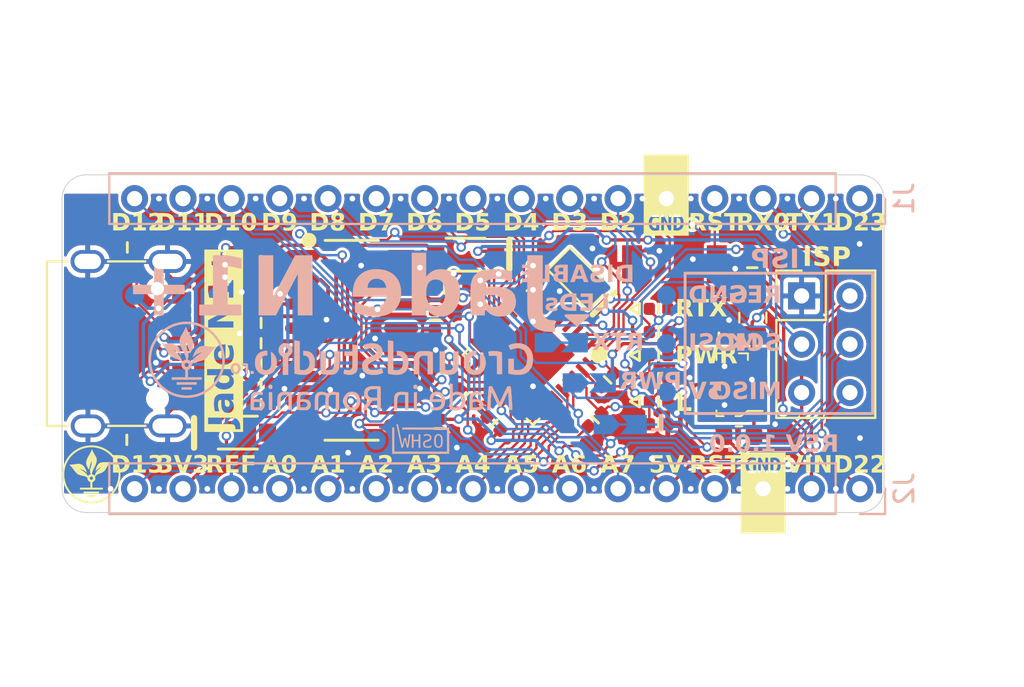
<source format=kicad_pcb>
(kicad_pcb (version 20221018) (generator pcbnew)
  (title_block (title "REV1.0.0 OYSJLQ_GS JADE N1+") (date "2024-01-05") (rev "1.0.0") (company "GroundStudio.ro") (comment 1 "Layout: Victor Nicula"))
  (layers (0 "F.Cu" power) (31 "B.Cu" power) (34 "B.Paste" user) (35 "F.Paste" user) (36 "B.SilkS" user "B.Silkscreen") (37 "F.SilkS" user "F.Silkscreen") (38 "B.Mask" user) (39 "F.Mask" user) (44 "Edge.Cuts" user))
  (net 0 "")
  (net 1 "GND")
  (net 2 "VIN")
  (net 3 "AREF")
  (net 4 "+5V")
  (net 5 "+3V3")
  (net 6 "Net-(D2-K)")
  (net 7 "D10")
  (net 8 "D9")
  (net 9 "D8")
  (net 10 "D7")
  (net 11 "D6")
  (net 12 "D5")
  (net 13 "D4")
  (net 14 "D3")
  (net 15 "D2")
  (net 16 "D13-SCK")
  (net 17 "A0")
  (net 18 "A1")
  (net 19 "A2")
  (net 20 "A3")
  (net 21 "A4")
  (net 22 "A5")
  (net 23 "A6")
  (net 24 "A7")
  (net 25 "D12-MISO")
  (net 26 "D+")
  (net 27 "D-")
  (net 28 "Net-(IC1-~{DTR})")
  (net 29 "D11-MOSI")
  (net 30 "D0-uC_RX")
  (net 31 "D1-uC_TX")
  (net 32 "XTAL1")
  (net 33 "XTAL2")
  (net 34 "+VBUS")
  (net 35 "Net-(IC1-D-)")
  (net 36 "Net-(IC1-D+)")
  (net 37 "Net-(LED1-A)")
  (net 39 "Net-(IC1-TX)")
  (net 41 "Net-(IC1-LED)")
  (net 42 "Net-(IC1-RX)")
  (net 47 "Net-(USB1-CC2)")
  (net 48 "Net-(USB1-CC1)")
  (net 49 "uC_Reset")
  (net 51 "Net-(J5-Pad2)")
  (net 53 "Net-(CR1-K)")
  (net 54 "Net-(LED1-K)")
  (net 55 "Net-(LED2-K)")
  (net 56 "Net-(LED3-A)")
  (net 57 "Net-(LED3-K)")
  (net 58 "PE0")
  (net 59 "PE1")
  (footprint "GS_Global6:USB_C_C167321" (layer "F.Cu") (at 154.806 90.805 -90)
    (fp_text reference "USB1")
    (fp_text value "USB_C_FULL")
  )
  (footprint "GS_Global6:LED_0402_alt" (layer "F.Cu") (at 183.73852 91.41206)
    (fp_text reference "LED3")
    (fp_text value "LED_0402_RED")
  )
  (footprint "GS_Global6:C_0402_alt" (layer "F.Cu") (at 172.24 95.265 -90)
    (fp_text reference "C7")
    (fp_text value "C_0402_100nF_16V")
  )
  (footprint "GS_Global6:Rsn_muRata_CSTxE-3Pin_3.2x1.3mm" (layer "F.Cu") (at 179.558 87.4068 135)
    (fp_text reference "Y1")
    (fp_text value "RSN_3P_3.2x1.3 CSTNE16M0V")
  )
  (footprint "GS_Global6:QFN-32-1EP_5x5_P0.5_EP3.1x3.1" (layer "F.Cu") (at 177.14464 91.3868 -135)
    (fp_text reference "U1")
    (fp_text value "ATmega328PB-MUR")
  )
  (footprint "GS_Global6:R_0402_alt" (layer "F.Cu") (at 188.66 86.815 -90)
    (fp_text reference "R4")
    (fp_text value "R_0402_10k")
  )
  (footprint "GS_Global6:R_0402_alt" (layer "F.Cu") (at 181.06 92.705 -135)
    (fp_text reference "R2")
    (fp_text value "R_0402_1k")
  )
  (footprint "GS_Global6:R_0402_alt" (layer "F.Cu") (at 180.4 94.795 45)
    (fp_text reference "R1")
    (fp_text value "R_0402_1k")
  )
  (footprint "GS_Global6:TS342A2P-WZ" (layer "F.Cu") (at 184.57 86.635)
    (fp_text reference "SW1")
    (fp_text value "TS342A2P-WZ")
  )
  (footprint "GS_Global6:R_0402_alt" (layer "F.Cu") (at 183.73852 92.61348 180)
    (fp_text reference "R6")
    (fp_text value "R_0402_2.2k")
  )
  (footprint "GS_Global6:C_0402_alt" (layer "F.Cu") (at 162.856 88.6256 180)
    (fp_text reference "C1")
    (fp_text value "C_0402_1uF_10V")
  )
  (footprint "GS_Global6:C_0402_alt" (layer "F.Cu") (at 171.99 89.5604 90)
    (fp_text reference "C2")
    (fp_text value "C_0402_100nF_16V")
  )
  (footprint "GS_Global6:SOP-16_150MIL" (layer "F.Cu") (at 167.6146 90.6272)
    (fp_text reference "IC1")
    (fp_text value "SOP-16_150MIL HT42B534-2")
  )
  (footprint "GS_Global6:R_0402_alt" (layer "F.Cu") (at 183.73852 90.19286)
    (fp_text reference "R3")
    (fp_text value "R_0402_10k")
  )
  (footprint "GS_Global6:TestPoint" (layer "F.Cu") (at 184.15 88.265)
    (fp_text reference "TP1")
    (fp_text value "Led_rtx")
  )
  (footprint "GS_Global6:TestPoint" (layer "F.Cu") (at 168.91 95.885)
    (fp_text reference "TP5")
    (fp_text value "DTR")
  )
  (footprint "GS_Global6:C_0402_alt" (layer "F.Cu") (at 186.91 90.495 180)
    (fp_text reference "C8")
    (fp_text value "C_0402_4.7uF_16V")
  )
  (footprint "GS_Global6:C_0402_alt" (layer "F.Cu") (at 172.49 87.905 180)
    (fp_text reference "C9")
    (fp_text value "C_0402_100nF_16V")
  )
  (footprint "GS_Global6:LED_0402_alt" (layer "F.Cu") (at 183.73612 88.9762)
    (fp_text reference "LED2")
    (fp_text value "LED_0402_GREEN")
  )
  (footprint "GS_Global6:LED_0402_alt" (layer "F.Cu") (at 183.73852 93.84284)
    (fp_text reference "LED1")
    (fp_text value "LED_0402_BLUE")
  )
  (footprint "GS_Global6:TestPoint" (layer "F.Cu") (at 156.21 88.265)
    (fp_text reference "TP3")
    (fp_text value "Vbus")
  )
  (footprint "GS_Global6:TestPoint" (layer "F.Cu") (at 184.15 93.345)
    (fp_text reference "TP4")
    (fp_text value "Led_d13")
  )
  (footprint "GS_Global6:C_0402_alt" (layer "F.Cu") (at 162.856 89.7178)
    (fp_text reference "C12")
    (fp_text value "C_0402_47pF_50V")
  )
  (footprint "GS_Global6:C_0402_alt" (layer "F.Cu") (at 162.8536 90.7846 180)
    (fp_text reference "C13")
    (fp_text value "C_0402_47pF_50V")
  )
  (footprint "GS_Global6:R_0402_alt" (layer "F.Cu") (at 162.856 87.508)
    (fp_text reference "R8")
    (fp_text value "R_0402_33")
  )
  (footprint "GS_Global6:R_0402_alt" (layer "F.Cu") (at 155.8012 95.8596)
    (fp_text reference "R9")
    (fp_text value "R_0402_5.1k")
  )
  (footprint "GS_Global6:R_0402_alt" (layer "F.Cu") (at 155.829 85.7504 180)
    (fp_text reference "R10")
    (fp_text value "R_0402_5.1k")
  )
  (footprint "GS_Global6:R_0402_alt" (layer "F.Cu") (at 183.73612 95.04172)
    (fp_text reference "R7")
    (fp_text value "R_0402_4.7k")
  )
  (footprint "GS_Global6:C_0402_alt" (layer "F.Cu") (at 162.856 93.985 180)
    (fp_text reference "C3")
    (fp_text value "C_0402_100nF_16V")
  )
  (footprint "GS_Global6:R_0402_alt" (layer "F.Cu") (at 162.85 86.475 180)
    (fp_text reference "R5")
    (fp_text value "R_0402_33")
  )
  (footprint "GS_Global6:SOT-23-3" (layer "F.Cu") (at 187.6044 92.964 180)
    (fp_text reference "U3")
    (fp_text value "SOT-23-3 SSP7603P50MR")
  )
  (footprint "GS_Global6:C_0603" (layer "F.Cu") (at 187.96 95.6564)
    (fp_text reference "C5")
    (fp_text value "C_0603_1uF_50V")
  )
  (footprint "GS_Global6:C_0402_alt" (layer "F.Cu") (at 162.856 91.8514)
    (fp_text reference "C11")
    (fp_text value "C_0402_100nF_16V")
  )
  (footprint "GS_Branding:GS_Logo2_3x3" (layer "F.Cu") (at 153.94 97.675)
    (fp_text reference "G***")
    (fp_text value "LOGO")
  )
  (footprint "GS_Global6:PinHeader_2x03_P2.54mm_Vertical_Male" (layer "F.Cu") (at 191.251999 88.295)
    (fp_text reference "J3")
    (fp_text value "PinHeader_2x03_P2.54_V_M")
  )
  (footprint "GS_Global6:SOD-123" (layer "F.Cu") (at 173.609 86.1314 180)
    (fp_text reference "CR1")
    (fp_text value "SOD-123 B0520LW")
  )
  (footprint "GS_Global6:C_0402_alt" (layer "F.Cu") (at 175.0822 94.996 135)
    (fp_text reference "C6")
    (fp_text value "C_0402_4.7uF_16V")
  )
  (footprint "GS_Global6:C_0402_alt" (layer "F.Cu") (at 173.609 93.5482 -45)
    (fp_text reference "C4")
    (fp_text value "C_0402_100nF_16V")
  )
  (footprint "GS_Global6:SOD-123" (layer "F.Cu") (at 161.6202 95.4786)
    (fp_text reference "D2")
    (fp_text value "SOD-123 B0520LW")
  )
  (footprint "GS_Global6:C_0402_alt" (layer "F.Cu") (at 162.856 92.9182)
    (fp_text reference "C10")
    (fp_text value "C_0402_4.7uF_16V")
  )
  (footprint "GS_Global6:TestPoint" (layer "F.Cu") (at 184.15 90.805)
    (fp_text reference "TP2")
    (fp_text value "Led_power")
  )
  (footprint "kibuzzard-6597D047" (layer "F.Cu") (at 184.14 83.005)
    (fp_text reference "kibuzzard-6597D047" hide)
    (fp_text value "G***" hide)
  )
  (footprint "GS_Global6:Fuse_0805" (layer "F.Cu") (at 188.69 89.435 90)
    (fp_text reference "F1")
    (fp_text value "Fuse_0805_MF-PSMF050X-2")
  )
  (footprint "kibuzzard-6597D01D" (layer "F.Cu") (at 189.23 98.645)
    (fp_text reference "kibuzzard-6597D01D" hide)
    (fp_text value "G***" hide)
  )
  (footprint "GS_Global6:PinHeader_1x16_P2.54mm_Vertical_Male" (layer "B.Cu") (at 194.31 83.185 90)
    (fp_text reference "J1")
    (fp_text value "PinHeader_1x16_P2.54_V_M")
  )
  (footprint "GS_Global6:PinHeader_1x16_P2.54mm_Vertical_Male" (layer "B.Cu") (at 194.31 98.425 90)
    (fp_text reference "J2")
    (fp_text value "PinHeader_1x16_P2.54_V_M")
  )
  (footprint "GS_Branding:GS_Made in Romania_13.8x1.4" (layer "B.Cu") (at 169.194111 93.597246 180)
    (fp_text reference "G***")
    (fp_text value "LOGO")
  )
  (footprint "GS_Branding:GS_.ro_1.2x0.6" (layer "B.Cu") (at 161.86328 92.11678 180)
    (fp_text reference "G***")
    (fp_text value "LOGO")
  )
  (footprint "GS_Branding:GS_GroundStudio_14.6x1.8" (layer "B.Cu") (at 169.83888 91.53258 180)
    (fp_text reference "G***")
    (fp_text value "LOGO")
  )
  (footprint "GS_Branding:GS_Logo2_4x4" (layer "B.Cu") (at 158.94482 91.65196 180)
    (fp_text reference "G***")
    (fp_text value "LOGO")
  )
  (footprint "GS_Global6:SolderJumper_NC_Default" (layer "B.Cu") (at 178.62804 90.75496)
    (fp_text reference "J5")
    (fp_text value "RTX LED DISABLE")
  )
  (footprint "GS_Global6:SolderJumper_NC_Default" (layer "B.Cu") (at 180.0987 92.86786)
    (fp_text reference "J6")
    (fp_text value "PWR LED DISABLE")
  )
  (footprint "GS_Global6:SolderJumper_NC_Default" (layer "B.Cu") (at 181.7243 95.05696)
    (fp_text reference "J4")
    (fp_text value "D13 LED DISABLE")
  )
  (footprint "LOGO" (layer "B.Cu") (at 171.24 95.805 180)
    (fp_text reference "G***")
    (fp_text value "LOGO")
  )
  (gr_poly (pts (xy 178.88 89.335) (xy 180.02 89.335) (xy 179.46 89.815)) (stroke (width 0.1524)) (fill solid) (layer "B.SilkS"))
  (gr_rect (start 185.13 87.105) (end 194.98 94.475) (stroke (width 0.1524)) (fill none) (layer "B.SilkS"))
  (gr_line (start 153.67 99.676) (end 194.31 99.676) (stroke (width 0.05)) (layer "Edge.Cuts"))
  (gr_arc (start 153.67 99.676) (mid 152.771974 99.304026) (end 152.4 98.406) (stroke (width 0.05)) (layer "Edge.Cuts"))
  (gr_line (start 195.58 83.204) (end 195.58 98.406) (stroke (width 0.05)) (layer "Edge.Cuts"))
  (gr_line (start 152.4 98.406) (end 152.4 83.204) (stroke (width 0.05)) (layer "Edge.Cuts"))
  (gr_line (start 153.67 81.934) (end 194.31 81.934) (stroke (width 0.05)) (layer "Edge.Cuts"))
  (gr_arc (start 195.58 98.406) (mid 195.208026 99.304026) (end 194.31 99.676) (stroke (width 0.05)) (layer "Edge.Cuts"))
  (gr_arc (start 152.4 83.204) (mid 152.771974 82.305974) (end 153.67 81.934) (stroke (width 0.05)) (layer "Edge.Cuts"))
  (gr_arc (start 194.31 81.934) (mid 195.208026 82.305974) (end 195.58 83.204) (stroke (width 0.05)) (layer "Edge.Cuts"))
  (gr_text "MISO" (at 190.2 93.345) (layer "B.SilkS") (effects (font (size 0.9 0.9) (thickness 0.12192) bold) (justify left mirror)))
  (gr_text "GND" (at 185.3 88.285) (layer "B.SilkS") (effects (font (size 0.9 0.9) (thickness 0.12192) bold) (justify right mirror)))
  (gr_text "5V" (at 185.3 93.345) (layer "B.SilkS") (effects (font (size 0.9 0.9) (thickness 0.12192) bold) (justify right mirror)))
  (gr_text "MOSI" (at 185.3 90.805) (layer "B.SilkS") (effects (font (size 0.9 0.9) (thickness 0.12192) bold) (justify right mirror)))
  (gr_text "SCK" (at 190.2 90.805) (layer "B.SilkS") (effects (font (size 0.9 0.9) (thickness 0.12192) bold) (justify left mirror)))
  (gr_text "RES" (at 190.2 88.285) (layer "B.SilkS") (effects (font (size 0.9 0.9) (thickness 0.12192) bold) (justify left mirror)))
  (gr_text "DISABLE\nLEDs" (at 179.47 87.955) (layer "B.SilkS") (effects (font (size 0.9 0.9) (thickness 0.12192) bold) (justify mirror)))
  (gr_text "PWR" (at 181.68 92.825) (layer "B.SilkS") (effects (font (size 0.9 0.9) (thickness 0.12192) bold) (justify right mirror)))
  (gr_text "RTX" (at 180.23 90.775) (layer "B.SilkS") (effects (font (size 0.9 0.9) (thickness 0.12192) bold) (justify right mirror)))
  (gr_text "L" (at 183.31 95.045) (layer "B.SilkS") (effects (font (size 0.9 0.9) (thickness 0.12192) bold) (justify right mirror)))
  (gr_text "REV 1.0.0" (at 189.8 96.115) (layer "B.SilkS") (effects (font (size 0.9 0.9) (thickness 0.12192) bold) (justify mirror)))
  (gr_text "ISP" (at 189.86 86.415) (layer "B.SilkS") (effects (font (size 1 1) (thickness 0.12192) bold) (justify mirror)))
  (gr_text "Jade N1+" (at 166.86 88.035) (layer "B.SilkS") (effects (font (size 3.1 3.1) (thickness 0.62) bold) (justify mirror)))
  (gr_text "D11" (at 158.7274 84.485) (layer "F.SilkS") (effects (font (size 0.9 0.9) (thickness 0.12192) bold)))
  (gr_text "D10\n" (at 161.2574 84.485) (layer "F.SilkS") (effects (font (size 0.9 0.9) (thickness 0.12192) bold)))
  (gr_text "D9\n" (at 163.82 84.485) (layer "F.SilkS") (effects (font (size 0.9 0.9) (thickness 0.12192) bold)))
  (gr_text "D8\n" (at 166.3574 84.485) (layer "F.SilkS") (effects (font (size 0.9 0.9) (thickness 0.12192) bold)))
  (gr_text "D7\n" (at 168.9074 84.485) (layer "F.SilkS") (effects (font (size 0.9 0.9) (thickness 0.12192) bold)))
  (gr_text "D6\n" (at 171.4374 84.485) (layer "F.SilkS") (effects (font (size 0.9 0.9) (thickness 0.12192) bold)))
  (gr_text "D5\n" (at 173.9774 84.485) (layer "F.SilkS") (effects (font (size 0.9 0.9) (thickness 0.12192) bold)))
  (gr_text "D3\n" (at 179.0674 84.485) (layer "F.SilkS") (effects (font (size 0.9 0.9) (thickness 0.12192) bold)))
  (gr_text "D2\n" (at 181.6074 84.485) (layer "F.SilkS") (effects (font (size 0.9 0.9) (thickness 0.12192) bold)))
  (gr_text "RST" (at 186.6674 84.485) (layer "F.SilkS") (effects (font (size 0.9 0.9) (thickness 0.12192) bold)))
  (gr_text "RX0" (at 189.2174 84.485) (layer "F.SilkS") (effects (font (size 0.9 0.9) (thickness 0.12192) bold)))
  (gr_text "TX1" (at 191.7874 84.485) (layer "F.SilkS") (effects (font (size 0.9 0.9) (thickness 0.12192) bold)))
  (gr_text "VIN" (at 191.64 97.205) (layer "F.SilkS") (effects (font (size 0.9 0.9) (thickness 0.12192) bold)))
  (gr_text "RST" (at 186.7074 97.205) (layer "F.SilkS") (effects (font (size 0.9 0.9) (thickness 0.12192) bold)))
  (gr_text "5V" (at 184.1574 97.205) (layer "F.SilkS") (effects (font (size 0.9 0.9) (thickness 0.12192) bold)))
  (gr_text "A7" (at 181.5974 97.205) (layer "F.SilkS") (effects (font (size 0.9 0.9) (thickness 0.12192) bold)))
  (gr_text "A6" (at 179.0574 97.205) (layer "F.SilkS") (effects (font (size 0.9 0.9) (thickness 0.12192) bold)))
  (gr_text "A5" (at 176.5274 97.205) (layer "F.SilkS") (effects (font (size 0.9 0.9) (thickness 0.12192) bold)))
  (gr_text "A4" (at 173.9874 97.205) (layer "F.SilkS") (effects (font (size 0.9 0.9) (thickness 0.12192) bold)))
  (gr_text "A3" (at 171.4374 97.205) (layer "F.SilkS") (effects (font (size 0.9 0.9) (thickness 0.12192) bold)))
  (gr_text "A2" (at 168.9074 97.205) (layer "F.SilkS") (effects (font (size 0.9 0.9) (thickness 0.12192) bold)))
  (gr_text "A1" (at 166.3674 97.205) (layer "F.SilkS") (effects (font (size 0.9 0.9) (thickness 0.12192) bold)))
  (gr_text "A0" (at 163.8274 97.205) (layer "F.SilkS") (effects (font (size 0.9 0.9) (thickness 0.12192) bold)))
  (gr_text "REF" (at 161.2774 97.205) (layer "F.SilkS") (effects (font (size 0.9 0.9) (thickness 0.12192) bold)))
  (gr_text "D13" (at 156.36 97.205) (layer "F.SilkS") (effects (font (size 0.9 0.9) (thickness 0.12192) bold)))
  (gr_text "D4\n" (at 176.52 84.485) (layer "F.SilkS") (effects (font (size 0.9 0.9) (thickness 0.12192) bold)))
  (gr_text "3V3" (at 158.7474 97.205) (layer "F.SilkS") (effects (font (size 0.9 0.9) (thickness 0.12192) bold)))
  (gr_text "PWR" (at 184.61 91.4654) (layer "F.SilkS") (effects (font (size 0.9 0.9) (thickness 0.12192) bold) (justify left)))
  (gr_text "D23" (at 194.31 84.485) (layer "F.SilkS") (effects (font (size 0.9 0.9) (thickness 0.12192) bold)))
  (gr_text "Jade N1+" (at 161.62 90.505 90) (layer "F.SilkS" knockout) (effects (font (size 1.3 1.3) (thickness 0.1524) bold) (justify bottom)))
  (gr_text "D12" (at 156.37 84.485) (layer "F.SilkS") (effects (font (size 0.9 0.9) (thickness 0.12192) bold)))
  (gr_text "D22" (at 194.31 97.205) (layer "F.SilkS") (effects (font (size 0.9 0.9) (thickness 0.12192) bold)))
  (gr_text "RTX\n" (at 184.61 89.0016) (layer "F.SilkS") (effects (font (size 0.9 0.9) (thickness 0.12192) bold) (justify left)))
  (gr_text "L" (at 184.61 93.9292) (layer "F.SilkS") (effects (font (size 1 1) (thickness 0.12192) bold) (justify left)))
  (gr_text "ISP" (at 192.57 86.305) (layer "F.SilkS") (effects (font (size 1 1) (thickness 0.12192) bold)))
  (segment (start 178.9198 88.045) (end 179.558 87.4068) (width 0.175857) (layer "F.Cu") (net 1))
  (segment (start 174.36 95.032306) (end 174.739253 94.653053) (width 0.175857) (layer "F.Cu") (net 1))
  (segment (start 158.86696 87.64016) (end 158.90748 87.64016) (width 0.175857) (layer "F.Cu") (net 1))
  (segment (start 175.567616 93.287149) (end 175.597844 93.287149) (width 0.175857) (layer "F.Cu") (net 1))
  (segment (start 174.963618 93.891147) (end 175.567616 93.287149) (width 0.175857) (layer "F.Cu") (net 1))
  (segment (start 158.68662 93.85554) (end 158.68662 94.15526) (width 0.175857) (layer "F.Cu") (net 1))
  (segment (start 158.26974 94.15526) (end 158.68662 94.15526) (width 0.175857) (layer "F.Cu") (net 1))
  (segment (start 158.68662 87.45982) (end 158.86696 87.64016) (width 0.175857) (layer "F.Cu") (net 1))
  (segment (start 157.946 95.125) (end 157.946 94.479) (width 0.175857) (layer "F.Cu") (net 1))
  (segment (start 172.24 95.75) (end 172.313492 95.823492) (width 0.175857) (layer "F.Cu") (net 1))
  (segment (start 174.36 95.385) (end 174.36 95.032306) (width 0.175857) (layer "F.Cu") (net 1))
  (segment (start 157.946 94.479) (end 158.26974 94.15526) (width 0.175857) (layer "F.Cu") (net 1))
  (segment (start 174.739253 94.115512) (end 175.567616 93.287149) (width 0.175857) (layer "F.Cu") (net 1))
  (segment (start 178.691436 89.486451) (end 177.14464 91.033247) (width 0.175857) (layer "F.Cu") (net 1))
  (segment (start 188.7475 94.0071) (end 188.7475 95.6564) (width 0.175857) (layer "F.Cu") (net 1))
  (segment (start 158.68662 87.45982) (end 158.68662 87.75954) (width 0.175857) (layer "F.Cu") (net 1))
  (segment (start 178.54 88.045) (end 178.9198 88.045) (width 0.175857) (layer "F.Cu") (net 1))
  (segment (start 173.921508 95.823492) (end 174.36 95.385) (width 0.175857) (layer "F.Cu") (net 1))
  (segment (start 157.9372 86.487) (end 157.9372 87.1422) (width 0.175857) (layer "F.Cu") (net 1))
  (segment (start 159.01162 94.15526) (end 159.01162 93.85554) (width 0.175857) (layer "F.Cu") (net 1))
  (segment (start 177.14464 91.033247) (end 177.14464 91.3868) (width 0.175857) (layer "F.Cu") (net 1))
  (segment (start 182.345 86.635) (end 182.345 85.9282) (width 0.175857) (layer "F.Cu") (net 1))
  (segment (start 173.951947 93.891147) (end 174.963618 93.891147) (width 0.175857) (layer "F.Cu") (net 1))
  (segment (start 174.739253 94.653053) (end 174.739253 94.115512) (width 0.175857) (layer "F.Cu") (net 1))
  (segment (start 188.6544 93.914) (end 188.7475 94.0071) (width 0.175857) (layer "F.Cu") (net 1))
  (segment (start 182.345 85.9282) (end 183.78 85.9282) (width 0.175857) (layer "F.Cu") (net 1))
  (segment (start 177.14464 91.740353) (end 177.14464 91.3868) (width 0.175857) (layer "F.Cu") (net 1))
  (segment (start 157.9372 87.1422) (end 158.25482 87.45982) (width 0.175857) (layer "F.Cu") (net 1))
  (segment (start 172.313492 95.823492) (end 173.921508 95.823492) (width 0.175857) (layer "F.Cu") (net 1))
  (segment (start 158.25482 87.45982) (end 158.68662 87.45982) (width 0.175857) (layer "F.Cu") (net 1))
  (segment (start 175.597844 93.287149) (end 177.14464 91.740353) (width 0.175857) (layer "F.Cu") (net 1))
  (via (at 166.4843 93.22562) (size 0.5) (drill 0.3) (layers "F.Cu" "B.Cu") (net 1))
  (via (at 168.1734 92.48648) (size 0.5) (drill 0.3) (layers "F.Cu" "B.Cu") (net 1))
  (via (at 173.14 96.265) (size 0.5) (drill 0.3) (layers "F.Cu" "B.Cu") (net 1))
  (via (at 177.14 89.635) (size 0.5) (drill 0.3) (layers "F.Cu" "B.Cu") (net 1))
  (via (at 157.49 98.435) (size 0.5) (drill 0.3) (layers "F.Cu" "B.Cu") (net 1))
  (via (at 185.43 83.185) (size 0.5) (drill 0.3) (layers "F.Cu" "B.Cu") (net 1))
  (via (at 193.05 83.185) (size 0.5) (drill 0.3) (layers "F.Cu" "B.Cu") (net 1))
  (via (at 185.54 86.365) (size 0.5) (drill 0.3) (layers "F.Cu" "B.Cu") (net 1))
  (via (at 189.86 95.035) (size 0.5) (drill 0.3) (layers "F.Cu" "B.Cu") (net 1))
  (via (at 183.38 96.845) (size 0.5) (drill 0.3) (layers "F.Cu" "B.Cu") (net 1))
  (via (at 187.97 98.435) (size 0.5) (drill 0.3) (layers "F.Cu" "B.Cu") (net 1))
  (via (at 180.2638 85.8012) (size 0.5) (drill 0.3) (layers "F.Cu" "B.Cu") (net 1))
  (via (at 185.37 92.595) (size 0.5) (drill 0.3) (layers "F.Cu" "B.Cu") (net 1))
  (via (at 175.27 83.185) (size 0.5) (drill 0.3) (layers "F.Cu" "B.Cu") (net 1))
  (via (at 165.11 83.185) (size 0.5) (drill 0.3) (layers "F.Cu" "B.Cu") (net 1))
  (via (at 185.43 98.435) (size 0.5) (drill 0.3) (layers "F.Cu" "B.Cu") (net 1))
  (via (at 164.08 93.175) (size 0.5) (drill 0.3) (layers "F.Cu" "B.Cu") (net 1))
  (via (at 194.32 95.765) (size 0.5) (drill 0.3) (layers "F.Cu" "B.Cu") (net 1))
  (via (at 172.73 98.435) (size 0.5) (drill 0.3) (layers "F.Cu" "B.Cu") (net 1))
  (via (at 161.84 88.095) (size 0.5) (drill 0.3) (layers "F.Cu" "B.Cu") (net 1))
  (via (at 157.49 83.185) (size 0.5) (drill 0.3) (layers "F.Cu" "B.Cu") (net 1))
  (via (at 190.51 98.435) (size 0.5) (drill 0.3) (layers "F.Cu" "B.Cu") (net 1))
  (via (at 187.76 86.865) (size 0.5) (drill 0.3) (layers "F.Cu" "B.Cu") (net 1))
  (via (at 160.03 98.435) (size 0.5) (drill 0.3) (layers "F.Cu" "B.Cu") (net 1))
  (via (at 161.726 90.265) (size 0.5) (drill 0.3) (layers "F.Cu" "B.Cu") (net 1))
  (via (at 168.84142 90.53322) (size 0.5) (drill 0.3) (layers "F.Cu" "B.Cu") (net 1))
  (via (at 167.65 98.435) (size 0.5) (drill 0.3) (layers "F.Cu" "B.Cu") (net 1))
  (via (at 171.2 86.815) (size 0.5) (drill 0.3) (layers "F.Cu" "B.Cu") (net 1))
  (via (at 170.19 98.435) (size 0.5) (drill 0.3) (layers "F.Cu" "B.Cu") (net 1))
  (via (at 175.27 98.435) (size 0.5) (drill 0.3) (layers "F.Cu" "B.Cu") (net 1))
  (via (at 177.14 93.045) (size 0.5) (drill 0.3) (layers "F.Cu" "B.Cu") (net 1))
  (via (at 187.97 83.185) (size 0.5) (drill 0.3) (layers "F.Cu" "B.Cu") (net 1))
  (via (at 187.44 89.565) (size 0.5) (drill 0.3) (layers "F.Cu" "B.Cu") (net 1))
  (via (at 172.73 83.185) (size 0.5) (drill 0.3) (layers "F.Cu" "B.Cu") (net 1))
  (via (at 177.81 98.435) (size 0.5) (drill 0.3) (layers "F.Cu" "B.Cu") (net 1))
  (via (at 182.89 98.435) (size 0.5) (drill 0.3) (layers "F.Cu" "B.Cu") (net 1))
  (via (at 162.57 98.435) (size 0.5) (drill 0.3) (layers "F.Cu" "B.Cu") (net 1))
  (via (at 190.51 83.185) (size 0.5) (drill 0.3) (layers "F.Cu" "B.Cu") (net 1))
  (via (at 172.03 91.135) (size 0.5) (drill 0.3) (layers "F.Cu" "B.Cu") (net 1))
  (via (at 167.65 83.185) (size 0.5) (drill 0.3) (layers "F.Cu" "B.Cu") (net 1))
  (via (at 183.78 85.9282) (size 0.5) (drill 0.3) (layers "F.Cu" "B.Cu") (net 1))
  (via (at 154.95 98.435) (size 0.5) (drill 0.3) (layers "F.Cu" "B.Cu") (net 1))
  (via (at 166.29 89.545) (size 0.5) (drill 0.3) (layers "F.Cu" "B.Cu") (net 1))
  (via (at 193.05 98.435) (size 0.5) (drill 0.3) (layers "F.Cu" "B.Cu") (net 1))
  (via (at 165.11 98.435) (size 0.5) (drill 0.3) (layers "F.Cu" "B.Cu") (net 1))
  (via (at 180.35 98.435) (size 0.5) (drill 0.3) (layers "F.Cu" "B.Cu") (net 1))
  (via (at 177.81 83.185) (size 0.5) (drill 0.3) (layers "F.Cu" "B.Cu") (net 1))
  (via (at 168.11 86.705) (size 0.5) (drill 0.3) (layers "F.Cu" "B.Cu") (net 1))
  (via (at 171.21 93.165) (size 0.5) (drill 0.3) (layers "F.Cu" "B.Cu") (net 1))
  (via (at 162.57 83.185) (size 0.5) (drill 0.3) (layers "F.Cu" "B.Cu") (net 1))
  (via (at 157.33 91.805) (size 0.5) (drill 0.3) (layers "F.Cu" "B.Cu") (net 1))
  (via (at 170.19 83.185) (size 0.5) (drill 0.3) (layers "F.Cu" "B.Cu") (net 1))
  (via (at 167.43 96.535) (size 0.5) (drill 0.3) (layers "F.Cu" "B.Cu") (net 1))
  (via (at 180.35 83.185) (size 0.5) (drill 0.3) (layers "F.Cu" "B.Cu") (net 1))
  (via (at 160.03 83.185) (size 0.5) (drill 0.3) (layers "F.Cu" "B.Cu") (net 1))
  (via (at 182.89 83.185) (size 0.5) (drill 0.3) (layers "F.Cu" "B.Cu") (net 1))
  (via (at 178.54 88.045) (size 0.5) (drill 0.3) (layers "F.Cu" "B.Cu") (net 1))
  (via (at 194.3 85.565) (size 0.5) (drill 0.3) (layers "F.Cu" "B.Cu") (net 1))
  (via (at 177.14 87.975) (size 0.5) (drill 0.3) (layers "F.Cu" "B.Cu") (net 1))
  (via (at 184.7 94.455) (size 0.5) (drill 0.3) (layers "F.Cu" "B.Cu") (net 1))
  (segment (start 177.14 89.285) (end 177.6 88.825) (width 0.175857) (layer "B.Cu") (net 1))
  (segment (start 185.5928 95.185) (end 185.51 95.1022) (width 0.175857) (layer "F.Cu") (net 2))
  (segment (start 187.8711 96.355) (end 187.1725 95.6564) (width 0.175857) (layer "F.Cu") (net 2))
  (segment (start 191.77 97.095) (end 191.03 96.355) (width 0.175857) (layer "F.Cu") (net 2))
  (segment (start 185.51 95.1022) (end 185.51 93.153) (width 0.175857) (layer "F.Cu") (net 2))
  (segment (start 187.1725 95.6564) (end 186.7011 95.185) (width 0.175857) (layer "F.Cu") (net 2))
  (segment (start 185.699 92.964) (end 186.5544 92.964) (width 0.175857) (layer "F.Cu") (net 2))
  (segment (start 191.77 98.425) (end 191.77 97.095) (width 0.175857) (layer "F.Cu") (net 2))
  (segment (start 185.51 93.153) (end 185.699 92.964) (width 0.175857) (layer "F.Cu") (net 2))
  (segment (start 191.03 96.355) (end 187.8711 96.355) (width 0.175857) (layer "F.Cu") (net 2))
  (segment (start 186.7011 95.185) (end 185.5928 95.185) (width 0.175857) (layer "F.Cu") (net 2))
  (segment (start 172.52 93.335) (end 173.266053 93.205253) (width 0.175857) (layer "F.Cu") (net 3))
  (segment (start 173.266053 93.205253) (end 174.972634 93.205253) (width 0.175857) (layer "F.Cu") (net 3))
  (segment (start 174.972634 93.205253) (end 175.244291 92.933596) (width 0.175857) (layer "F.Cu") (net 3))
  (via (at 172.52 93.335) (size 0.5) (drill 0.3) (layers "F.Cu" "B.Cu") (net 3))
  (segment (start 166.8272 91.821) (end 161.29 97.3582) (width 0.175857) (layer "B.Cu") (net 3))
  (segment (start 172.15 93.335) (end 170.636 91.821) (width 0.175857) (layer "B.Cu") (net 3))
  (segment (start 161.29 97.3582) (end 161.29 98.425) (width 0.175857) (layer "B.Cu") (net 3))
  (segment (start 170.636 91.821) (end 166.8272 91.821) (width 0.175857) (layer "B.Cu") (net 3))
  (segment (start 172.52 93.335) (end 172.15 93.335) (width 0.175857) (layer "B.Cu") (net 3))
  (segment (start 189.61 88.848756) (end 189.61 87.821718) (width 0.175857) (layer "F.Cu") (net 4))
  (segment (start 189.61 87.821718) (end 189.088282 87.3) (width 0.175857) (layer "F.Cu") (net 4))
  (segment (start 163.3316 95.615) (end 163.1952 95.4786) (width 0.175857) (layer "F.Cu") (net 4))
  (segment (start 182.76 97.035) (end 184.15 98.425) (width 0.175857) (layer "F.Cu") (net 4))
  (segment (start 181.263757 97.035) (end 182.76 97.035) (width 0.175857) (layer "F.Cu") (net 4))
  (segment (start 184.44802 90.805) (end 183.02902 90.805) (width 0.175857) (layer "F.Cu") (net 4))
  (segment (start 172.72 90.575) (end 172.72 90.759711) (width 0.175857) (layer "F.Cu") (net 4))
  (segment (start 190.31 89.548756) (end 189.61 88.848756) (width 0.175857) (layer "F.Cu") (net 4))
  (segment (start 180.226728 89.534028) (end 179.350965 89.534028) (width 0.175857) (layer "F.Cu") (net 4))
  (segment (start 170.9322 94.4372) (end 171.275 94.78) (width 0.175857) (layer "F.Cu") (net 4))
  (segment (start 174.264869 92.498804) (end 174.537184 92.226489) (width 0.175857) (layer "F.Cu") (net 4))
  (segment (start 188.66 88.4675) (end 188.69 88.4975) (width 0.175857) (layer "F.Cu") (net 4))
  (segment (start 167.57 93.815) (end 167.23 93.475) (width 0.175857) (layer "F.Cu") (net 4))
  (segment (start 188.687501 88.495001) (end 188.69 88.4975) (width 0.175857) (layer "F.Cu") (net 4))
  (segment (start 186.16 88.955) (end 186.619999 88.495001) (width 0.175857) (layer "F.Cu") (net 4))
  (segment (start 191.251999 93.375) (end 191.251999 92.217001) (width 0.175857) (layer "F.Cu") (net 4))
  (segment (start 181.87 90.805) (end 183.02902 90.805) (width 0.175857) (layer "F.Cu") (net 4))
  (segment (start 173.24 94.765) (end 173.225 94.78) (width 0.175857) (layer "F.Cu") (net 4))
  (segment (start 167.23 90.725506) (end 167.398428 90.557078) (width 0.175857) (layer "F.Cu") (net 4))
  (segment (start 174.946 95.886366) (end 174.946 95.818094) (width 0.175857) (layer "F.Cu") (net 4))
  (segment (start 172.72 90.575) (end 172.72 89.8054) (width 0.175857) (layer "F.Cu") (net 4))
  (segment (start 167.57 93.815) (end 167.57 94.285) (width 0.175857) (layer "F.Cu") (net 4))
  (segment (start 180.657556 89.1032) (end 180.226728 89.534028) (width 0.175857) (layer "F.Cu") (net 4))
  (segment (start 191.77 95.885) (end 191.77 95.155) (width 0.175857) (layer "F.Cu") (net 4))
  (segment (start 174.946 95.818094) (end 175.425147 95.338947) (width 0.175857) (layer "F.Cu") (net 4))
  (segment (start 189.088282 87.3) (end 188.66 87.3) (width 0.175857) (layer "F.Cu") (net 4))
  (segment (start 167.23 93.475) (end 167.23 90.725506) (width 0.175857) (layer "F.Cu") (net 4))
  (segment (start 190.31 91.255) (end 190.31 89.548756) (width 0.175857) (layer "F.Cu") (net 4))
  (segment (start 185.41 97.165) (end 184.15 98.425) (width 0.175857) (layer "F.Cu") (net 4))
  (segment (start 181.081329 97.217428) (end 181.263757 97.035) (width 0.175857) (layer "F.Cu") (net 4))
  (segment (start 182.372 89.5858) (end 182.372 90.14798) (width 0.175857) (layer "F.Cu") (net 4))
  (segment (start 172.72 90.759711) (end 173.4312 91.470911) (width 0.175857) (layer "F.Cu") (net 4))
  (segment (start 167.8728 86.1822) (end 170.2146 86.1822) (width 0.175857) (layer "F.Cu") (net 4))
  (segment (start 191.251999 94.636999) (end 191.251999 93.375) (width 0.175857) (layer "F.Cu") (net 4))
  (segment (start 191.251999 92.217001) (end 191.262 92.207) (width 0.175857) (layer "F.Cu") (net 4))
  (segment (start 181.31 91.365) (end 181.87 90.805) (width 0.175857) (layer "F.Cu") (net 4))
  (segment (start 180.35 97.485) (end 180.617572 97.217428) (width 0.175857) (layer "F.Cu") (net 4))
  (segment (start 186.619999 88.495001) (end 188.687501 88.495001) (width 0.175857) (layer "F.Cu") (net 4))
  (segment (start 179.350965 89.534028) (end 179.044989 89.840004) (width 0.175857) (layer "F.Cu") (net 4))
  (segment (start 180.617572 97.217428) (end 181.081329 97.217428) (width 0.175857) (layer "F.Cu") (net 4))
  (segment (start 173.4312 91.470911) (end 173.4312 92.09845) (width 0.175857) (layer "F.Cu") (net 4))
  (segment (start 173.4312 92.09845) (end 173.831554 92.498804) (width 0.175857) (layer "F.Cu") (net 4))
  (segment (start 184.733449 90.519571) (end 184.44802 90.805) (width 0.175857) (layer "F.Cu") (net 4))
  (segment (start 188.66 87.3) (end 188.66 88.4675) (width 0.175857) (layer "F.Cu") (net 4))
  (segment (start 191.77 95.155) (end 191.251999 94.636999) (width 0.175857) (layer "F.Cu") (net 4))
  (segment (start 167.57 94.285) (end 166.24 95.615) (width 0.175857) (layer "F.Cu") (net 4))
  (segment (start 190.54 97.155) (end 190.53 97.165) (width 0.175857) (layer "F.Cu") (net 4))
  (segment (start 171.275 94.78) (end 172.24 94.78) (width 0.175857) (layer "F.Cu") (net 4))
  (segment (start 184.22112 88.9762) (end 184.24232 88.955) (width 0.175857) (layer "F.Cu") (net 4))
  (segment (start 185.8 89.315) (end 184.733449 90.381551) (width 0.175857) (layer "F.Cu") (net 4))
  (segment (start 190.53 97.165) (end 185.41 97.165) (width 0.175857) (layer "F.Cu") (net 4))
  (segment (start 182.372 90.14798) (end 183.02902 90.805) (width 0.175857) (layer "F.Cu") (net 4))
  (segment (start 191.262 92.207) (end 190.31 91.255) (width 0.175857) (layer "F.Cu") (net 4))
  (segment (start 173.831554 92.498804) (end 174.264869 92.498804) (width 0.175857) (layer "F.Cu") (net 4))
  (segment (start 168.8422 94.4372) (end 170.9322 94.4372) (width 0.175857) (layer "F.Cu") (net 4))
  (segment (start 168.83 94.425) (end 168.8422 94.4372) (width 0.175857) (layer "F.Cu") (net 4))
  (segment (start 184.733449 90.381551) (end 184.733449 90.519571) (width 0.175857) (layer "F.Cu") (net 4))
  (segment (start 192.024 96.139) (end 191.77 95.885) (width 0.175857) (layer "F.Cu") (net 4))
  (segment (start 180.9242 89.1032) (end 180.657556 89.1032) (width 0.175857) (layer "F.Cu") (net 4))
  (segment (start 184.24232 88.955) (end 186.16 88.955) (width 0.175857) (layer "F.Cu") (net 4))
  (segment (start 185.8 89.315) (end 186.619999 88.495001) (width 0.175857) (layer "F.Cu") (net 4))
  (segment (start 172.72 89.8054) (end 171.99 89.0754) (width 0.175857) (layer "F.Cu") (net 4))
  (segment (start 167.398428 86.656572) (end 167.8728 86.1822) (width 0.175857) (layer "F.Cu") (net 4))
  (segment (start 173.225 94.78) (end 172.24 94.78) (width 0.175857) (layer "F.Cu") (net 4))
  (segment (start 167.398428 90.557078) (end 167.398428 86.656572) (width 0.175857) (layer "F.Cu") (net 4))
  (segment (start 166.24 95.615) (end 163.3316 95.615) (width 0.175857) (layer "F.Cu") (net 4))
  (via (at 168.83 94.425) (size 0.5) (drill 0.3) (layers "F.Cu" "B.Cu") (net 4))
  (via (at 167.57 93.815) (size 0.5) (drill 0.3) (layers "F.Cu" "B.Cu") (net 4))
  (via (at 192.024 96.139) (size 0.5) (drill 0.3) (layers "F.Cu" "B.Cu") (net 4))
  (via (at 180.9242 89.1032) (size 0.5) (drill 0.3) (layers "F.Cu" "B.Cu") (net 4))
  (via (at 172.72 90.575) (size 0.5) (drill 0.3) (layers "F.Cu" "B.Cu") (net 4))
  (via (at 180.35 97.485) (size 0.5) (drill 0.3) (layers "F.Cu" "B.Cu") (net 4))
  (via (at 182.372 89.5858) (size 0.5) (drill 0.3) (layers "F.Cu" "B.Cu") (net 4))
  (via (at 181.31 91.365) (size 0.5) (drill 0.3) (layers "F.Cu" "B.Cu") (net 4))
  (via (at 190.54 97.155) (size 0.5) (drill 0.3) (layers "F.Cu" "B.Cu") (net 4))
  (via (at 173.24 94.765) (size 0.5) (drill 0.3) (layers "F.Cu" "B.Cu") (net 4))
  (via (at 174.946 95.886366) (size 0.5) (drill 0.3) (layers "F.Cu" "B.Cu") (net 4))
  (segment (start 174.946 95.481) (end 174.946 95.886366) (width 0.175857) (layer "B.Cu") (net 4))
  (segment (start 181.31 91.365) (end 181.31 92.54556) (width 0.175857) (layer "B.Cu") (net 4))
  (segment (start 177.26432 95.886366) (end 174.946 95.886366) (width 0.175857) (layer "B.Cu") (net 4))
  (segment (start 172.72 90.632771) (end 173.76 91.672771) (width 0.175857) (layer "B.Cu") (net 4))
  (segment (start 172.72 90.575) (end 172.72 90.632771) (width 0.175857) (layer "B.Cu") (net 4))
  (segment (start 182.372 89.5858) (end 181.8894 89.1032) (width 0.175857) (layer "B.Cu") (net 4))
  (segment (start 173.76 94.245) (end 173.24 94.765) (width 0.175857) (layer "B.Cu") (net 4))
  (segment (start 168.22 93.815) (end 167.57 93.815) (width 0.175857) (layer "B.Cu") (net 4))
  (segment (start 191.008 97.155) (end 192.024 96.139) (width 0.175857) (layer "B.Cu") (net 4))
  (segment (start 168.83 94.425) (end 168.22 93.815) (width 0.175857) (layer "B.Cu") (net 4))
  (segment (start 190.54 97.155) (end 191.008 97.155) (width 0.175857) (layer "B.Cu") (net 4))
  (segment (start 173.24 94.765) (end 174.23 94.765) (width 0.175857) (layer "B.Cu") (net 4))
  (segment (start 173.76 91.672771) (end 173.76 94.245) (width 0.175857) (layer "B.Cu") (net 4))
  (segment (start 181.31 92.54556) (end 180.9877 92.86786) (width 0.175857) (layer "B.Cu") (net 4))
  (segment (start 181.8894 89.1032) (end 180.9242 89.1032) (width 0.175857) (layer "B.Cu") (net 4))
  (segment (start 180.35 97.485) (end 178.862954 97.485) (width 0.175857) (layer "B.Cu") (net 4))
  (segment (start 174.23 94.765) (end 174.946 95.481) (width 0.175857) (layer "B.Cu") (net 4))
  (segment (start 178.862954 97.485) (end 177.26432 95.886366) (width 0.175857) (layer "B.Cu") (net 4))
  (segment (start 158.75 98.425) (end 161.036 96.139) (width 0.175857) (layer "F.Cu") (net 5))
  (segment (start 163.3244 88.7222) (end 165.0146 88.7222) (width 0.175857) (layer "F.Cu") (net 5))
  (segment (start 161.036 96.139) (end 161.036 95.6564) (width 0.175857) (layer "F.Cu") (net 5))
  (segment (start 163.852524 88.187524) (end 163.368648 88.6714) (width 0.175857) (layer "F.Cu") (net 5))
  (segment (start 163.368648 88.6714) (end 163.3498 88.6714) (width 0.175857) (layer "F.Cu") (net 5))
  (via (at 161.036 95.6564) (size 0.5) (drill 0.3) (layers "F.Cu" "B.Cu") (net 5))
  (via (at 163.852524 88.187524) (size 0.5) (drill 0.3) (layers "F.Cu" "B.Cu") (net 5))
  (segment (start 161.036 94.819) (end 161.036 95.6564) (width 0.175857) (layer "B.Cu") (net 5))
  (segment (start 164.2618 88.5968) (end 164.2618 91.5932) (width 0.175857) (layer "B.Cu") (net 5))
  (segment (start 163.852524 88.187524) (end 164.2618 88.5968) (width 0.175857) (layer "B.Cu") (net 5))
  (segment (start 164.2618 91.5932) (end 161.036 94.819) (width 0.175857) (layer "B.Cu") (net 5))
  (segment (start 171.5 94.135) (end 171.1672 93.8022) (width 0.127) (layer "F.Cu") (net 6))
  (segment (start 163.96 94.425) (end 166.25366 94.425) (width 0.127) (layer "F.Cu") (net 6))
  (segment (start 160.0924 95.4786) (end 160.91028 94.66072) (width 0.127) (layer "F.Cu") (net 6))
  (segment (start 166.25366 94.425) (end 166.26586 94.4372) (width 0.127) (layer "F.Cu") (net 6))
  (segment (start 163.041 94.655) (end 163.73 94.655) (width 0.127) (layer "F.Cu") (net 6))
  (segment (start 160.0452 95.4786) (end 160.0924 95.4786) (width 0.127) (layer "F.Cu") (net 6))
  (segment (start 171.1672 93.8022) (end 170.2146 93.8022) (width 0.127) (layer "F.Cu") (net 6))
  (segment (start 163.73 94.655) (end 163.96 94.425) (width 0.127) (layer "F.Cu") (net 6))
  (segment (start 161.69528 94.66072) (end 162.371 93.985) (width 0.127) (layer "F.Cu") (net 6))
  (segment (start 162.371 93.985) (end 163.041 94.655) (width 0.127) (layer "F.Cu") (net 6))
  (segment (start 160.91028 94.66072) (end 161.69528 94.66072) (width 0.127) (layer "F.Cu") (net 6))
  (via (at 166.26586 94.4372) (size 0.5) (drill 0.3) (layers "F.Cu" "B.Cu") (net 6))
  (via (at 171.5 94.135) (size 0.5) (drill 0.3) (layers "F.Cu" "B.Cu") (net 6))
  (segment (start 169.91883 94.135) (end 169.15883 94.895) (width 0.127) (layer "B.Cu") (net 6))
  (segment (start 169.15883 94.895) (end 168.565488 94.895) (width 0.127) (layer "B.Cu") (net 6))
  (segment (start 171.5 94.135) (end 169.91883 94.135) (width 0.127) (layer "B.Cu") (net 6))
  (segment (start 168.565488 94.895) (end 168.107688 94.4372) (width 0.127) (layer "B.Cu") (net 6))
  (segment (start 168.107688 94.4372) (end 166.26586 94.4372) (width 0.127) (layer "B.Cu") (net 6))
  (segment (start 174.084512 87.115) (end 174.178012 87.0215) (width 0.127) (layer "F.Cu") (net 7))
  (segment (start 174.84 88.996959) (end 174.726 89.110959) (width 0.127) (layer "F.Cu") (net 7))
  (segment (start 174.726 89.21821) (end 174.56 89.38421) (width 0.127) (layer "F.Cu") (net 7))
  (segment (start 172.974 87.115) (end 174.084512 87.115) (width 0.127) (layer "F.Cu") (net 7))
  (segment (start 174.178012 87.0215) (end 174.6365 87.0215) (width 0.127) (layer "F.Cu") (net 7))
  (segment (start 174.56 89.38421) (end 174.56 89.86282) (width 0.127) (layer "F.Cu") (net 7))
  (segment (start 174.84 87.225) (end 174.84 88.996959) (width 0.127) (layer "F.Cu") (net 7))
  (segment (start 174.56 89.86282) (end 174.890737 90.193557) (width 0.127) (layer "F.Cu") (net 7))
  (segment (start 174.6365 87.0215) (end 174.84 87.225) (width 0.127) (layer "F.Cu") (net 7))
  (segment (start 174.726 89.110959) (end 174.726 89.21821) (width 0.127) (layer "F.Cu") (net 7))
  (via (at 172.974 87.115) (size 0.5) (drill 0.3) (layers "F.Cu" "B.Cu") (net 7))
  (segment (start 167.70921 88.515) (end 163.74121 84.547) (width 0.127) (layer "B.Cu") (net 7))
  (segment (start 163.74121 84.547) (end 162.652 84.547) (width 0.127) (layer "B.Cu") (net 7))
  (segment (start 172.974 87.751) (end 172.21 88.515) (width 0.127) (layer "B.Cu") (net 7))
  (segment (start 172.21 88.515) (end 167.70921 88.515) (width 0.127) (layer "B.Cu") (net 7))
  (segment (start 162.652 84.547) (end 161.29 83.185) (width 0.127) (layer "B.Cu") (net 7))
  (segment (start 172.974 87.115) (end 172.974 87.751) (width 0.127) (layer "B.Cu") (net 7))
  (segment (start 174.98 89.575713) (end 174.98 89.216169) (width 0.127) (layer "F.Cu") (net 8))
  (segment (start 175.094862 89.101307) (end 175.094862 87.388738) (width 0.127) (layer "F.Cu") (net 8))
  (segment (start 175.094862 87.388738) (end 175.3362 87.1474) (width 0.127) (layer "F.Cu") (net 8))
  (segment (start 174.98 89.216169) (end 175.094862 89.101307) (width 0.127) (layer "F.Cu") (net 8))
  (segment (start 175.244291 89.840004) (end 174.98 89.575713) (width 0.127) (layer "F.Cu") (net 8))
  (via (at 175.3362 87.1474) (size 0.5) (drill 0.3) (layers "F.Cu" "B.Cu") (net 8))
  (segment (start 164.75 84.105) (end 166.93079 84.105) (width 0.127) (layer "B.Cu") (net 8))
  (segment (start 163.83 83.185) (end 164.75 84.105) (width 0.127) (layer "B.Cu") (net 8))
  (segment (start 173.282828 86.39434) (end 174.060068 86.39434) (width 0.127) (layer "B.Cu") (net 8))
  (segment (start 174.813128 87.1474) (end 175.3362 87.1474) (width 0.127) (layer "B.Cu") (net 8))
  (segment (start 172.57891 85.690422) (end 173.282828 86.39434) (width 0.127) (layer "B.Cu") (net 8))
  (segment (start 168.516212 85.690422) (end 172.57891 85.690422) (width 0.127) (layer "B.Cu") (net 8))
  (segment (start 166.93079 84.105) (end 168.516212 85.690422) (width 0.127) (layer "B.Cu") (net 8))
  (segment (start 174.060068 86.39434) (end 174.813128 87.1474) (width 0.127) (layer "B.Cu") (net 8))
  (segment (start 175.348862 88.789276) (end 175.350928 88.791342) (width 0.127) (layer "F.Cu") (net 9))
  (segment (start 175.86 85.595) (end 175.86 87.420137) (width 0.127) (layer "F.Cu") (net 9))
  (segment (start 175.350928 89.239535) (end 175.597844 89.486451) (width 0.127) (layer "F.Cu") (net 9))
  (segment (start 175.348862 87.931275) (end 175.348862 88.789276) (width 0.127) (layer "F.Cu") (net 9))
  (segment (start 175.71 85.445) (end 175.86 85.595) (width 0.127) (layer "F.Cu") (net 9))
  (segment (start 173.37 85.735) (end 173.66 85.445) (width 0.127) (layer "F.Cu") (net 9))
  (segment (start 175.86 87.420137) (end 175.348862 87.931275) (width 0.127) (layer "F.Cu") (net 9))
  (segment (start 175.350928 88.791342) (end 175.350928 89.239535) (width 0.127) (layer "F.Cu") (net 9))
  (segment (start 173.66 85.445) (end 175.71 85.445) (width 0.127) (layer "F.Cu") (net 9))
  (via (at 173.37 85.735) (size 0.5) (drill 0.3) (layers "F.Cu" "B.Cu") (net 9))
  (segment (start 173.37 85.735) (end 173.071422 85.436422) (width 0.127) (layer "B.Cu") (net 9))
  (segment (start 168.621422 85.436422) (end 166.37 83.185) (width 0.127) (layer "B.Cu") (net 9))
  (segment (start 173.071422 85.436422) (end 168.621422 85.436422) (width 0.127) (layer "B.Cu") (net 9))
  (segment (start 172.01079 84.105) (end 169.845488 84.105) (width 0.127) (layer "F.Cu") (net 10))
  (segment (start 173.09679 85.191) (end 172.01079 84.105) (width 0.127) (layer "F.Cu") (net 10))
  (segment (start 175.704482 88.006721) (end 176.154 87.557203) (width 0.127) (layer "F.Cu") (net 10))
  (segment (start 168.925488 83.185) (end 168.91 83.185) (width 0.127) (layer "F.Cu") (net 10))
  (segment (start 176.154 87.557203) (end 176.154 85.529) (width 0.127) (layer "F.Cu") (net 10))
  (segment (start 176.154 85.529) (end 175.816 85.191) (width 0.127) (layer "F.Cu") (net 10))
  (segment (start 175.704482 88.885982) (end 175.704482 88.006721) (width 0.127) (layer "F.Cu") (net 10))
  (segment (start 175.816 85.191) (end 173.09679 85.191) (width 0.127) (layer "F.Cu") (net 10))
  (segment (start 175.951397 89.132897) (end 175.704482 88.885982) (width 0.127) (layer "F.Cu") (net 10))
  (segment (start 169.845488 84.105) (end 168.925488 83.185) (width 0.127) (layer "F.Cu") (net 10))
  (segment (start 173.202 84.937) (end 171.45 83.185) (width 0.127) (layer "F.Cu") (net 11))
  (segment (start 176.408 87.73427) (end 176.408 85.42379) (width 0.127) (layer "F.Cu") (net 11))
  (segment (start 176.304951 88.779344) (end 176.058035 88.532428) (width 0.127) (layer "F.Cu") (net 11))
  (segment (start 176.408 85.42379) (end 175.92121 84.937) (width 0.127) (layer "F.Cu") (net 11))
  (segment (start 175.92121 84.937) (end 173.202 84.937) (width 0.127) (layer "F.Cu") (net 11))
  (segment (start 176.058035 88.084235) (end 176.408 87.73427) (width 0.127) (layer "F.Cu") (net 11))
  (segment (start 176.058035 88.532428) (end 176.058035 88.084235) (width 0.127) (layer "F.Cu") (net 11))
  (segment (start 175.488 84.683) (end 173.99 83.185) (width 0.127) (layer "F.Cu") (net 12))
  (segment (start 176.662 88.163) (end 176.662 85.31858) (width 0.127) (layer "F.Cu") (net 12))
  (segment (start 176.658504 88.42579) (end 176.528857 88.296143) (width 0.127) (layer "F.Cu") (net 12))
  (segment (start 176.528857 88.296143) (end 176.662 88.163) (width 0.127) (layer "F.Cu") (net 12))
  (segment (start 176.02642 84.683) (end 175.488 84.683) (width 0.127) (layer "F.Cu") (net 12))
  (segment (start 176.662 85.31858) (end 176.02642 84.683) (width 0.127) (layer "F.Cu") (net 12))
  (segment (start 181.6671 88.250812) (end 181.6671 88.634788) (width 0.127) (layer "F.Cu") (net 13))
  (segment (start 180.957488 90.335) (end 179.964207 90.335) (width 0.127) (layer "F.Cu") (net 13))
  (segment (start 181.3877 89.904788) (end 180.957488 90.335) (width 0.127) (layer "F.Cu") (net 13))
  (segment (start 181.3877 88.914188) (end 181.3877 89.904788) (width 0.127) (layer "F.Cu") (net 13))
  (segment (start 179.964207 90.335) (end 179.752096 90.547111) (width 0.127) (layer "F.Cu") (net 13))
  (segment (start 180.7464 86.5124) (end 181.6295 87.3955) (width 0.127) (layer "F.Cu") (net 13))
  (segment (start 181.6295 88.213212) (end 181.6671 88.250812) (width 0.127) (layer "F.Cu") (net 13))
  (segment (start 181.6671 88.634788) (end 181.3877 88.914188) (width 0.127) (layer "F.Cu") (net 13))
  (segment (start 181.6295 87.3955) (end 181.6295 88.213212) (width 0.127) (layer "F.Cu") (net 13))
  (via (at 180.7464 86.5124) (size 0.5) (drill 0.3) (layers "F.Cu" "B.Cu") (net 13))
  (segment (start 180.775488 84.485) (end 177.83 84.485) (width 0.127) (layer "B.Cu") (net 13))
  (segment (start 181.4635 85.7953) (end 181.4635 85.173012) (width 0.127) (layer "B.Cu") (net 13))
  (segment (start 181.4635 85.173012) (end 180.775488 84.485) (width 0.127) (layer "B.Cu") (net 13))
  (segment (start 180.7464 86.5124) (end 181.4635 85.7953) (width 0.127) (layer "B.Cu") (net 13))
  (segment (start 177.83 84.485) (end 176.53 83.185) (width 0.127) (layer "B.Cu") (net 13))
  (segment (start 180.751034 90.900664) (end 180.10565 90.900664) (width 0.127) (layer "F.Cu") (net 14))
  (segment (start 182.0944 88.566698) (end 181.6417 89.019398) (width 0.127) (layer "F.Cu") (net 14))
  (segment (start 181.6417 90.009998) (end 180.751034 90.900664) (width 0.127) (layer "F.Cu") (net 14))
  (segment (start 181.6417 89.019398) (end 181.6417 90.009998) (width 0.127) (layer "F.Cu") (net 14))
  (segment (start 182.0944 88.0364) (end 182.0944 88.566698) (width 0.127) (layer "F.Cu") (net 14))
  (via (at 182.0944 88.0364) (size 0.5) (drill 0.3) (layers "F.Cu" "B.Cu") (net 14))
  (segment (start 182.0944 85.361039) (end 180.964361 84.231) (width 0.127) (layer "B.Cu") (net 14))
  (segment (start 182.0944 88.0364) (end 182.0944 85.361039) (width 0.127) (layer "B.Cu") (net 14))
  (segment (start 180.116 84.231) (end 179.07 83.185) (width 0.127) (layer "B.Cu") (net 14))
  (segment (start 180.964361 84.231) (end 180.116 84.231) (width 0.127) (layer "B.Cu") (net 14))
  (segment (start 181.8957 90.115208) (end 180.672508 91.3384) (width 0.127) (layer "F.Cu") (net 15))
  (segment (start 180.672508 91.3384) (end 180.624312 91.3384) (width 0.127) (layer "F.Cu") (net 15))
  (segment (start 183.3118 86.5124) (end 183.3118 87.474488) (width 0.127) (layer "F.Cu") (net 15))
  (segment (start 181.8957 89.124608) (end 181.8957 90.115208) (width 0.127) (layer "F.Cu") (net 15))
  (segment (start 182.3484 88.437888) (end 182.3484 88.671908) (width 0.127) (layer "F.Cu") (net 15))
  (segment (start 180.10565 91.857062) (end 180.10565 91.872936) (width 0.127) (layer "F.Cu") (net 15))
  (segment (start 183.3118 87.474488) (end 182.3484 88.437888) (width 0.127) (layer "F.Cu") (net 15))
  (segment (start 182.3484 88.671908) (end 181.8957 89.124608) (width 0.127) (layer "F.Cu") (net 15))
  (segment (start 180.624312 91.3384) (end 180.10565 91.857062) (width 0.127) (layer "F.Cu") (net 15))
  (via (at 183.3118 86.5124) (size 0.5) (drill 0.3) (layers "F.Cu" "B.Cu") (net 15))
  (segment (start 181.61 84.517429) (end 181.61 83.185) (width 0.127) (layer "B.Cu") (net 15))
  (segment (start 182.3484 85.549) (end 182.3484 85.255829) (width 0.127) (layer "B.Cu") (net 15))
  (segment (start 182.3484 85.255829) (end 181.61 84.517429) (width 0.127) (layer "B.Cu") (net 15))
  (segment (start 183.3118 86.5124) (end 182.3484 85.549) (width 0.127) (layer "B.Cu") (net 15))
  (segment (start 180.085488 96.685) (end 179.581988 96.1815) (width 0.127) (layer "F.Cu") (net 16))
  (segment (start 174.18363 91.872936) (end 174.18363 91.69616) (width 0.127) (layer "F.Cu") (net 16))
  (segment (start 179.581988 96.1815) (end 178.773695 96.1815) (width 0.127) (layer "F.Cu") (net 16))
  (segment (start 180.9521 96.3229) (end 180.9521 96.483792) (width 0.127) (layer "F.Cu") (net 16))
  (segment (start 178.773695 96.1815) (end 178.511592 96.443603) (width 0.127) (layer "F.Cu") (net 16))
  (segment (start 173.2788 90.79133) (end 173.2788 89.9922) (width 0.127) (layer "F.Cu") (net 16))
  (segment (start 181.22 96.055) (end 180.9521 96.3229) (width 0.127) (layer "F.Cu") (net 16))
  (segment (start 174.18363 91.69616) (end 173.2788 90.79133) (width 0.127) (layer "F.Cu") (net 16))
  (segment (start 180.750892 96.685) (end 180.085488 96.685) (width 0.127) (layer "F.Cu") (net 16))
  (segment (start 180.9521 96.483792) (end 180.750892 96.685) (width 0.127) (layer "F.Cu") (net 16))
  (via (at 178.511592 96.443603) (size 0.5) (drill 0.3) (layers "F.Cu" "B.Cu") (net 16))
  (via (at 173.2788 89.9922) (size 0.5) (drill 0.3) (layers "F.Cu" "B.Cu") (net 16))
  (via (at 181.22 96.055) (size 0.5) (drill 0.3) (layers "F.Cu" "B.Cu") (net 16))
  (segment (start 181.22 96.055) (end 180.8353 95.6703) (width 0.127) (layer "B.Cu") (net 16))
  (segment (start 185.662 96.777) (end 187.61958 96.777) (width 0.127) (layer "B.Cu") (net 16))
  (segment (start 190.75279 96.035) (end 192.86 93.92779) (width 0.127) (layer "B.Cu") (net 16))
  (segment (start 192.86 91.747) (end 193.802 90.805) (width 0.127) (layer "B.Cu") (net 16))
  (segment (start 166.414512 90.765) (end 167.69778 90.765) (width 0.127) (layer "B.Cu") (net 16))
  (segment (start 192.86 93.92779) (end 192.86 91.747) (width 0.127) (layer "B.Cu") (net 16))
  (segment (start 165.9965 91.566988) (end 165.9965 91.183012) (width 0.127) (layer "B.Cu") (net 16))
  (segment (start 165.9965 91.183012) (end 166.414512 90.765) (width 0.127) (layer "B.Cu") (net 16))
  (segment (start 188.36158 96.035) (end 190.75279 96.035) (width 0.127) (layer "B.Cu") (net 16))
  (segment (start 174.05 94.0146) (end 175.5804 95.545) (width 0.127) (layer "B.Cu") (net 16))
  (segment (start 180.8353 95.6703) (end 180.8353 95.05696) (width 0.127) (layer "B.Cu") (net 16))
  (segment (start 184.65 95.765) (end 185.662 96.777) (width 0.127) (layer "B.Cu") (net 16))
  (segment (start 181.22 96.055) (end 181.51 95.765) (width 0.127) (layer "B.Cu") (net 16))
  (segment (start 156.21 98.425) (end 157.14 97.495) (width 0.127) (layer "B.Cu") (net 16))
  (segment (start 167.69778 90.765) (end 168.47058 89.9922) (width 0.127) (layer "B.Cu") (net 16))
  (segment (start 173.2788 89.9922) (end 173.2788 90.797815) (width 0.127) (layer "B.Cu") (net 16))
  (segment (start 177.612989 95.545) (end 178.511592 96.443603) (width 0.127) (layer "B.Cu") (net 16))
  (segment (start 173.2788 90.797815) (end 174.05 91.569015) (width 0.127) (layer "B.Cu") (net 16))
  (segment (start 187.61958 96.777) (end 188.36158 96.035) (width 0.127) (layer "B.Cu") (net 16))
  (segment (start 174.05 91.569015) (end 174.05 94.0146) (width 0.127) (layer "B.Cu") (net 16))
  (segment (start 181.51 95.765) (end 184.65 95.765) (width 0.127) (layer "B.Cu") (net 16))
  (segment (start 166 91.570488) (end 165.9965 91.566988) (width 0.127) (layer "B.Cu") (net 16))
  (segment (start 175.5804 95.545) (end 177.612989 95.545) (width 0.127) (layer "B.Cu") (net 16))
  (segment (start 157.14 97.495) (end 160.569 97.495) (width 0.127) (layer "B.Cu") (net 16))
  (segment (start 166 92.064) (end 166 91.570488) (width 0.127) (layer "B.Cu") (net 16))
  (segment (start 168.47058 89.9922) (end 173.2788 89.9922) (width 0.127) (layer "B.Cu") (net 16))
  (segment (start 160.569 97.495) (end 166 92.064) (width 0.127) (layer "B.Cu") (net 16))
  (segment (start 169.61158 97.005) (end 169.35558 97.261) (width 0.127) (layer "F.Cu") (net 17))
  (segment (start 176.27598 95.252956) (end 176.102252 95.426686) (width 0.127) (layer "F.Cu") (net 17))
  (segment (start 175.9712 94.7166) (end 176.102243 94.847643) (width 0.127) (layer "F.Cu") (net 17))
  (segment (start 176.102243 94.847643) (end 176.102243 94.898443) (width 0.127) (layer "F.Cu") (net 17))
  (segment (start 175.9712 94.328007) (end 175.9712 94.7166) (width 0.127) (layer "F.Cu") (net 17))
  (segment locked (start 166.95079 97.485) (end 164.77 97.485) (width 0.127) (layer "F.Cu") (net 17))
  (segment (start 176.102252 95.783018) (end 175.847899 96.037371) (width 0.127) (layer "F.Cu") (net 17))
  (segment (start 176.304951 93.994256) (end 176.304951 93.996769) (width 0.127) (layer "F.Cu") (net 17))
  (segment (start 169.35558 97.261) (end 167.17479 97.261) (width 0.127) (layer "F.Cu") (net 17))
  (segment (start 176.304951 93.994256) (end 175.9712 94.328007) (width 0.127) (layer "F.Cu") (net 17))
  (segment (start 175.847899 96.037371) (end 175.643965 96.037371) (width 0.127) (layer "F.Cu") (net 17))
  (segment (start 175.643965 96.037371) (end 174.928336 96.753) (width 0.127) (layer "F.Cu") (net 17))
  (segment (start 167.17479 97.261) (end 166.95079 97.485) (width 0.127) (layer "F.Cu") (net 17))
  (segment (start 172.04437 96.753) (end 171.79237 97.005) (width 0.127) (layer "F.Cu") (net 17))
  (segment (start 176.102252 95.426686) (end 176.102252 95.783018) (width 0.127) (layer "F.Cu") (net 17))
  (segment (start 176.27598 95.07218) (end 176.27598 95.252956) (width 0.127) (layer "F.Cu") (net 17))
  (segment (start 171.79237 97.005) (end 169.61158 97.005) (width 0.127) (layer "F.Cu") (net 17))
  (segment (start 174.928336 96.753) (end 172.04437 96.753) (width 0.127) (layer "F.Cu") (net 17))
  (segment (start 164.77 97.485) (end 163.83 98.425) (width 0.127) (layer "F.Cu") (net 17))
  (segment (start 176.304951 93.994256) (end 176.304951 94.078049) (width 0.127) (layer "F.Cu") (net 17))
  (segment (start 176.102243 94.898443) (end 176.27598 95.07218) (width 0.127) (layer "F.Cu") (net 17))
  (segment (start 172.14958 97.007) (end 175.105402 97.007) (width 0.127) (layer "F.Cu") (net 18))
  (segment (start 175.105402 97.007) (end 175.770221 96.342181) (width 0.127) (layer "F.Cu") (net 18))
  (segment (start 176.58079 95.379212) (end 176.58079 94.425524) (width 0.127) (layer "F.Cu") (net 18))
  (segment (start 176.407061 95.552941) (end 176.58079 95.379212) (width 0.127) (layer "F.Cu") (net 18))
  (segment (start 176.658504 94.34781) (end 176.407054 94.59926) (width 0.127) (layer "F.Cu") (net 18))
  (segment (start 169.46079 97.515) (end 169.70649 97.2693) (width 0.127) (layer "F.Cu") (net 18))
  (segment (start 176.40706 95.909276) (end 176.407061 95.552941) (width 0.127) (layer "F.Cu") (net 18))
  (segment (start 175.770221 96.342181) (end 175.974155 96.342181) (width 0.127) (layer "F.Cu") (net 18))
  (segment (start 169.70649 97.2693) (end 171.88728 97.2693) (width 0.127) (layer "F.Cu") (net 18))
  (segment (start 167.28 97.515) (end 169.46079 97.515) (width 0.127) (layer "F.Cu") (net 18))
  (segment (start 175.974155 96.342181) (end 176.40706 95.909276) (width 0.127) (layer "F.Cu") (net 18))
  (segment (start 171.88728 97.2693) (end 172.14958 97.007) (width 0.127) (layer "F.Cu") (net 18))
  (segment (start 166.37 98.425) (end 167.28 97.515) (width 0.127) (layer "F.Cu") (net 18))
  (segment (start 176.58079 94.425524) (end 176.658504 94.34781) (width 0.127) (layer "F.Cu") (net 18))
  (segment (start 171.99249 97.5233) (end 172.25479 97.261) (width 0.127) (layer "F.Cu") (net 19))
  (segment (start 175.282468 97.261) (end 175.896477 96.646991) (width 0.127) (layer "F.Cu") (net 19))
  (segment (start 176.711869 96.035533) (end 176.71187 95.679198) (width 0.127) (layer "F.Cu") (net 19))
  (segment (start 169.8117 97.5233) (end 171.99249 97.5233) (width 0.127) (layer "F.Cu") (net 19))
  (segment (start 177.630776 94.352424) (end 177.630776 94.34781) (width 0.127) (layer "F.Cu") (net 19))
  (segment (start 176.8856 95.0976) (end 177.630776 94.352424) (width 0.127) (layer "F.Cu") (net 19))
  (segment (start 176.71187 95.679198) (end 176.8856 95.505468) (width 0.127) (layer "F.Cu") (net 19))
  (segment (start 168.91 98.425) (end 169.8117 97.5233) (width 0.127) (layer "F.Cu") (net 19))
  (segment (start 176.100411 96.646991) (end 176.711869 96.035533) (width 0.127) (layer "F.Cu") (net 19))
  (segment (start 176.8856 95.505468) (end 176.8856 95.0976) (width 0.127) (layer "F.Cu") (net 19))
  (segment (start 172.25479 97.261) (end 175.282468 97.261) (width 0.127) (layer "F.Cu") (net 19))
  (segment (start 175.896477 96.646991) (end 176.100411 96.646991) (width 0.127) (layer "F.Cu") (net 19))
  (segment (start 176.226668 96.9518) (end 177.016678 96.16179) (width 0.127) (layer "F.Cu") (net 20))
  (segment (start 178.231245 94.689365) (end 178.231245 94.241172) (width 0.127) (layer "F.Cu") (net 20))
  (segment (start 177.873853 94.948281) (end 177.972329 94.948281) (width 0.127) (layer "F.Cu") (net 20))
  (segment (start 177.016679 95.805455) (end 177.873853 94.948281) (width 0.127) (layer "F.Cu") (net 20))
  (segment (start 178.231245 94.241172) (end 177.984329 93.994256) (width 0.127) (layer "F.Cu") (net 20))
  (segment (start 176.022734 96.9518) (end 176.226668 96.9518) (width 0.127) (layer "F.Cu") (net 20))
  (segment (start 171.45 98.425) (end 172.36 97.515) (width 0.127) (layer "F.Cu") (net 20))
  (segment (start 172.36 97.515) (end 175.459534 97.515) (width 0.127) (layer "F.Cu") (net 20))
  (segment (start 177.016678 96.16179) (end 177.016679 95.805455) (width 0.127) (layer "F.Cu") (net 20))
  (segment (start 175.459534 97.515) (end 176.022734 96.9518) (width 0.127) (layer "F.Cu") (net 20))
  (segment (start 177.972329 94.948281) (end 178.231245 94.689365) (width 0.127) (layer "F.Cu") (net 20))
  (segment (start 177.975175 95.278759) (end 177.975175 95.278025) (width 0.127) (layer "F.Cu") (net 21))
  (segment (start 178.098587 95.25309) (end 178.584824 94.766853) (width 0.127) (layer "F.Cu") (net 21))
  (segment (start 175.6306 97.775) (end 176.149 97.2566) (width 0.127) (layer "F.Cu") (net 21))
  (segment (start 178.584824 93.887644) (end 178.337883 93.640703) (width 0.127) (layer "F.Cu") (net 21))
  (segment (start 174.64 97.775) (end 175.6306 97.775) (width 0.127) (layer "F.Cu") (net 21))
  (segment (start 178.00011 95.25309) (end 178.098587 95.25309) (width 0.127) (layer "F.Cu") (net 21))
  (segment (start 177.321487 96.288047) (end 177.321488 95.932446) (width 0.127) (layer "F.Cu") (net 21))
  (segment (start 176.352934 97.2566) (end 177.321487 96.288047) (width 0.127) (layer "F.Cu") (net 21))
  (segment (start 177.975175 95.278025) (end 178.00011 95.25309) (width 0.127) (layer "F.Cu") (net 21))
  (segment (start 176.149 97.2566) (end 176.352934 97.2566) (width 0.127) (layer "F.Cu") (net 21))
  (segment (start 178.584824 94.766853) (end 178.584824 93.887644) (width 0.127) (layer "F.Cu") (net 21))
  (segment (start 177.321488 95.932446) (end 177.975175 95.278759) (width 0.127) (layer "F.Cu") (net 21))
  (segment (start 173.99 98.425) (end 174.64 97.775) (width 0.127) (layer "F.Cu") (net 21))
  (segment (start 178.947774 94.83497) (end 178.224843 95.557901) (width 0.127) (layer "F.Cu") (net 22))
  (segment (start 177.626297 96.414303) (end 176.53 97.5106) (width 0.127) (layer "F.Cu") (net 22))
  (segment (start 178.947774 93.543487) (end 178.947774 94.83497) (width 0.127) (layer "F.Cu") (net 22))
  (segment (start 177.626297 96.058703) (end 177.626297 96.414303) (width 0.127) (layer "F.Cu") (net 22))
  (segment (start 178.127099 95.557901) (end 177.626297 96.058703) (width 0.127) (layer "F.Cu") (net 22))
  (segment (start 176.53 97.5106) (end 176.53 98.425) (width 0.127) (layer "F.Cu") (net 22))
  (segment (start 178.691436 93.287149) (end 178.947774 93.543487) (width 0.127) (layer "F.Cu") (net 22))
  (segment (start 178.224843 95.557901) (end 178.127099 95.557901) (width 0.127) (layer "F.Cu") (net 22))
  (segment (start 173.394254 92.5576) (end 173.665668 92.829014) (width 0.127) (layer "F.Cu") (net 23))
  (segment (start 174.641766 92.829014) (end 174.890737 92.580043) (width 0.127) (layer "F.Cu") (net 23))
  (segment (start 173.2186 92.5576) (end 173.394254 92.5576) (width 0.127) (layer "F.Cu") (net 23))
  (segment (start 173.665668 92.829014) (end 174.641766 92.829014) (width 0.127) (layer "F.Cu") (net 23))
  (segment (start 172.75 92.089) (end 173.2186 92.5576) (width 0.127) (layer "F.Cu") (net 23))
  (segment (start 172.75 91.485) (end 172.75 92.089) (width 0.127) (layer "F.Cu") (net 23))
  (via (at 172.75 91.485) (size 0.5) (drill 0.3) (layers "F.Cu" "B.Cu") (net 23))
  (segment (start 177.2315 96.90571) (end 177.2315 97.201988) (width 0.127) (layer "B.Cu") (net 23))
  (segment (start 172.535926 94.956988) (end 173.378002 95.799064) (width 0.127) (layer "B.Cu") (net 23))
  (segment (start 173.43 92.158188) (end 173.43 93.678938) (width 0.127) (layer "B.Cu") (net 23))
  (segment (start 173.804064 95.799064) (end 174.624 96.619) (width 0.127) (layer "B.Cu") (net 23))
  (segment (start 172.756812 91.485) (end 173.43 92.158188) (width 0.127) (layer "B.Cu") (net 23))
  (segment (start 178.1185 97.4735) (end 179.07 98.425) (width 0.127) (layer "B.Cu") (net 23))
  (segment (start 172.535926 94.573012) (end 172.535926 94.956988) (width 0.127) (layer "B.Cu") (net 23))
  (segment (start 173.43 93.678938) (end 172.535926 94.573012) (width 0.127) (layer "B.Cu") (net 23))
  (segment (start 177.2315 97.201988) (end 177.503012 97.4735) (width 0.127) (layer "B.Cu") (net 23))
  (segment (start 173.378002 95.799064) (end 173.804064 95.799064) (width 0.127) (layer "B.Cu") (net 23))
  (segment (start 177.503012 97.4735) (end 178.1185 97.4735) (width 0.127) (layer "B.Cu") (net 23))
  (segment (start 172.75 91.485) (end 172.756812 91.485) (width 0.127) (layer "B.Cu") (net 23))
  (segment (start 174.624 96.619) (end 176.94479 96.619) (width 0.127) (layer "B.Cu") (net 23))
  (segment (start 176.94479 96.619) (end 177.2315 96.90571) (width 0.127) (layer "B.Cu") (net 23))
  (segment (start 175.48 94.1121) (end 175.48 94.315) (width 0.127) (layer "F.Cu") (net 24))
  (segment (start 175.951397 93.640703) (end 175.48 94.1121) (width 0.127) (layer "F.Cu") (net 24))
  (via (at 175.48 94.315) (size 0.5) (drill 0.3) (layers "F.Cu" "B.Cu") (net 24))
  (segment (start 181.61 98.425) (end 181.61 98.149946) (width 0.127) (layer "B.Cu") (net 24))
  (segment (start 177.823409 95.037) (end 178.512512 95.726103) (width 0.127) (layer "B.Cu") (net 24))
  (segment (start 178.512512 95.726103) (end 179.82709 95.726103) (width 0.127) (layer "B.Cu") (net 24))
  (segment (start 175.4632 94.2982) (end 176.202 95.037) (width 0.127) (layer "B.Cu") (net 24))
  (segment (start 176.202 95.037) (end 177.823409 95.037) (width 0.127) (layer "B.Cu") (net 24))
  (segment (start 181.61 97.509013) (end 181.61 98.425) (width 0.127) (layer "B.Cu") (net 24))
  (segment (start 179.82709 95.726103) (end 181.61 97.509013) (width 0.127) (layer "B.Cu") (net 24))
  (segment (start 180.966 96.939) (end 179.684 96.939) (width 0.127) (layer "F.Cu") (net 25))
  (segment (start 181.75 96.495) (end 181.488429 96.756571) (width 0.127) (layer "F.Cu") (net 25))
  (segment (start 173.824901 89.403303) (end 173.792901 89.371303) (width 0.127) (layer "F.Cu") (net 25))
  (segment (start 181.148429 96.756571) (end 180.966 96.939) (width 0.127) (layer "F.Cu") (net 25))
  (segment (start 174.18363 90.900664) (end 173.824901 90.541935) (width 0.127) (layer "F.Cu") (net 25))
  (segment (start 173.824901 90.541935) (end 173.824901 89.403303) (width 0.127) (layer "F.Cu") (net 25))
  (segment (start 181.488429 96.756571) (end 181.148429 96.756571) (width 0.127) (layer "F.Cu") (net 25))
  (segment (start 179.684 96.939) (end 179.39 96.645) (width 0.127) (layer "F.Cu") (net 25))
  (via (at 181.75 96.495) (size 0.5) (drill 0.3) (layers "F.Cu" "B.Cu") (net 25))
  (via (at 173.792901 89.371303) (size 0.5) (drill 0.3) (layers "F.Cu" "B.Cu") (net 25))
  (via (at 179.39 96.645) (size 0.5) (drill 0.3) (layers "F.Cu" "B.Cu") (net 25))
  (segment (start 161.72728 84.3407) (end 162.44158 85.055) (width 0.127) (layer "B.Cu") (net 25))
  (segment (start 174.33 93.8628) (end 174.33 91.435) (width 0.127) (layer "B.Cu") (net 25))
  (segment (start 175.7582 95.291) (end 174.33 93.8628) (width 0.127) (layer "B.Cu") (net 25))
  (segment (start 172.71 89.735) (end 173.073697 89.371303) (width 0.127) (layer "B.Cu") (net 25))
  (segment (start 185.55679 97.031) (end 187.72479 97.031) (width 0.127) (layer "B.Cu") (net 25))
  (segment (start 159.30079 84.095) (end 159.54649 84.3407) (width 0.127) (layer "B.Cu") (net 25))
  (segment (start 159.54649 84.3407) (end 161.72728 84.3407) (width 0.127) (layer "B.Cu") (net 25))
  (segment (start 173.792901 90.897901) (end 173.792901 89.371303) (width 0.127) (layer "B.Cu") (net 25))
  (segment (start 187.72479 97.031) (end 188.46679 96.289) (width 0.127) (layer "B.Cu") (net 25))
  (segment (start 178.407302 95.980103) (end 177.718199 95.291) (width 0.127) (layer "B.Cu") (net 25))
  (segment (start 163.53079 85.055) (end 168.21079 89.735) (width 0.127) (layer "B.Cu") (net 25))
  (segment (start 173.073697 89.371303) (end 173.792901 89.371303) (width 0.127) (layer "B.Cu") (net 25))
  (segment (start 184.54479 96.019) (end 185.55679 97.031) (width 0.127) (layer "B.Cu") (net 25))
  (segment (start 157.12 84.095) (end 159.30079 84.095) (width 0.127) (layer "B.Cu") (net 25))
  (segment (start 156.21 83.185) (end 157.12 84.095) (width 0.127) (layer "B.Cu") (net 25))
  (segment (start 177.718199 95.291) (end 175.7582 95.291) (width 0.127) (layer "B.Cu") (net 25))
  (segment (start 188.46679 96.289) (end 190.858 96.289) (width 0.127) (layer "B.Cu") (net 25))
  (segment (start 179.39 96.645) (end 178.725103 95.980103) (width 0.127) (layer "B.Cu") (net 25))
  (segment (start 174.33 91.435) (end 173.792901 90.897901) (width 0.127) (layer "B.Cu") (net 25))
  (segment (start 182.226 96.019) (end 184.54479 96.019) (width 0.127) (layer "B.Cu") (net 25))
  (segment (start 168.21079 89.735) (end 172.71 89.735) (width 0.127) (layer "B.Cu") (net 25))
  (segment (start 178.725103 95.980103) (end 178.407302 95.980103) (width 0.127) (layer "B.Cu") (net 25))
  (segment (start 181.75 96.495) (end 182.226 96.019) (width 0.127) (layer "B.Cu") (net 25))
  (segment (start 162.44158 85.055) (end 163.53079 85.055) (width 0.127) (layer "B.Cu") (net 25))
  (segment (start 190.858 96.289) (end 193.802 93.345) (width 0.127) (layer "B.Cu") (net 25))
  (segment (start 159.43902 91.461399) (end 159.338499 91.56192) (width 0.2) (layer "F.Cu") (net 26))
  (segment (start 162.0277 86.8123) (end 162.365 86.475) (width 0.2) (layer "F.Cu") (net 26))
  (segment (start 158.05594 90.55862) (end 159.341039 90.55862) (width 0.2) (layer "F.Cu") (net 26))
  (segment (start 157.76081 90.463089) (end 157.960409 90.463089) (width 0.2) (layer "F.Cu") (net 26))
  (segment (start 159.43902 90.656601) (end 159.43902 91.461399) (width 0.2) (layer "F.Cu") (net 26))
  (segment (start 161.856893 86.8123) (end 162.0277 86.8123) (width 0.2) (layer "F.Cu") (net 26))
  (segment (start 157.960409 90.463089) (end 158.05594 90.55862) (width 0.2) (layer "F.Cu") (net 26))
  (segment (start 160.96 86.6588) (end 161.11 86.8088) (width 0.2) (layer "F.Cu") (net 26))
  (segment (start 159.341039 90.55862) (end 159.43902 90.656601) (width 0.2) (layer "F.Cu") (net 26))
  (segment (start 161.853393 86.8088) (end 161.856893 86.8123) (width 0.2) (layer "F.Cu") (net 26))
  (segment (start 159.338499 91.56192) (end 159.01162 91.56192) (width 0.2) (layer "F.Cu") (net 26))
  (segment (start 161.11 86.8088) (end 161.853393 86.8088) (width 0.2) (layer "F.Cu") (net 26))
  (via (at 157.76081 90.463089) (size 0.5) (drill 0.3) (layers "F.Cu" "B.Cu") (net 26))
  (via (at 160.96 86.6588) (size 0.5) (drill 0.3) (layers "F.Cu" "B.Cu") (net 26))
  (segment (start 160.81 86.8088) (end 160.96 86.6588) (width 0.2) (layer "B.Cu") (net 26))
  (segment (start 159.4238 87.882014) (end 160.497014 86.8088) (width 0.2) (layer "B.Cu") (net 26))
  (segment (start 157.993161 90.69544) (end 158.790374 90.69544) (width 0.2) (layer "B.Cu") (net 26))
  (segment (start 159.4238 90.062014) (end 159.4238 87.882014) (width 0.2) (layer "B.Cu") (net 26))
  (segment (start 160.497014 86.8088) (end 160.81 86.8088) (width 0.2) (layer "B.Cu") (net 26))
  (segment (start 157.76081 90.463089) (end 157.993161 90.69544) (width 0.2) (layer "B.Cu") (net 26))
  (segment (start 158.790374 90.69544) (end 159.4238 90.062014) (width 0.2) (layer "B.Cu") (net 26))
  (segment (start 158.066462 90.05824) (end 159.01162 90.05824) (width 0.2) (layer "F.Cu") (net 27))
  (segment (start 157.982 91.059) (end 159.01162 91.059) (width 0.2) (layer "F.Cu") (net 27))
  (segment (start 157.753 91.288) (end 157.982 91.059) (width 0.2) (layer "F.Cu") (net 27))
  (segment (start 161.722037 87.1647) (end 162.0277 87.1647) (width 0.2) (layer "F.Cu") (net 27))
  (segment (start 157.552709 89.960689) (end 157.968911 89.960689) (width 0.2) (layer "F.Cu") (net 27))
  (segment (start 162.0277 87.1647) (end 162.371 87.508) (width 0.2) (layer "F.Cu") (net 27))
  (segment (start 157.968911 89.960689) (end 158.066462 90.05824) (width 0.2) (layer "F.Cu") (net 27))
  (segment (start 161.11 87.1612) (end 161.718537 87.1612) (width 0.2) (layer "F.Cu") (net 27))
  (segment (start 160.96 87.3112) (end 161.11 87.1612) (width 0.2) (layer "F.Cu") (net 27))
  (segment (start 161.718537 87.1612) (end 161.722037 87.1647) (width 0.2) (layer "F.Cu") (net 27))
  (segment (start 157.25841 90.254988) (end 157.552709 89.960689) (width 0.2) (layer "F.Cu") (net 27))
  (segment (start 157.25841 90.79341) (end 157.25841 90.254988) (width 0.2) (layer "F.Cu") (net 27))
  (segment (start 157.753 91.288) (end 157.25841 90.79341) (width 0.2) (layer "F.Cu") (net 27))
  (via (at 157.753 91.288) (size 0.5) (drill 0.3) (layers "F.Cu" "B.Cu") (net 27))
  (via (at 160.96 87.3112) (size 0.5) (drill 0.3) (layers "F.Cu" "B.Cu") (net 27))
  (segment (start 159.7762 88.027986) (end 160.642986 87.1612) (width 0.2) (layer "B.Cu") (net 27))
  (segment (start 157.99316 91.04784) (end 158.936346 91.04784) (width 0.2) (layer "B.Cu") (net 27))
  (segment (start 157.753 91.288) (end 157.99316 91.04784) (width 0.2) (layer "B.Cu") (net 27))
  (segment (start 159.7762 90.207986) (end 159.7762 88.027986) (width 0.2) (layer "B.Cu") (net 27))
  (segment (start 160.642986 87.1612) (end 160.81 87.1612) (width 0.2) (layer "B.Cu") (net 27))
  (segment (start 158.936346 91.04784) (end 159.7762 90.207986) (width 0.2) (layer "B.Cu") (net 27))
  (segment (start 160.81 87.1612) (end 160.96 87.3112) (width 0.2) (layer "B.Cu") (net 27))
  (segment (start 168.0872 95.0722) (end 170.2146 95.0722) (width 0.127) (layer "F.Cu") (net 28))
  (segment (start 171.925 87.985) (end 172.005 87.905) (width 0.127) (layer "F.Cu") (net 28))
  (segment (start 168.3465 93.4785) (end 169.03 92.795) (width 0.127) (layer "F.Cu") (net 28))
  (segment (start 168.02 95.005) (end 168.3465 94.6785) (width 0.127) (layer "F.Cu") (net 28))
  (segment (start 169.03 92.795) (end 169.03 91.91921) (width 0.127) (layer "F.Cu") (net 28))
  (segment (start 168.12392 91.01313) (end 168.12392 88.794682) (width 0.127) (layer "F.Cu") (net 28))
  (segment (start 168.933602 87.985) (end 171.925 87.985) (width 0.127) (layer "F.Cu") (net 28))
  (segment (start 169.03 91.91921) (end 168.12392 91.01313) (width 0.127) (layer "F.Cu") (net 28))
  (segment (start 168.12392 88.794682) (end 168.933602 87.985) (width 0.127) (layer "F.Cu") (net 28))
  (segment (start 168.02 95.005) (end 168.0872 95.0722) (width 0.127) (layer "F.Cu") (net 28))
  (segment (start 168.3465 94.6785) (end 168.3465 93.4785) (width 0.127) (layer "F.Cu") (net 28))
  (via (at 168.02 95.005) (size 0.5) (drill 0.3) (layers "F.Cu" "B.Cu") (net 28))
  (segment (start 168.02 95.005) (end 168.03 95.005) (width 0.127) (layer "B.Cu") (net 28))
  (segment (start 168.03 95.005) (end 168.91 95.885) (width 0.127) (layer "B.Cu") (net 28))
  (segment (start 174.38 88.745) (end 174.38 89.205) (width 0.127) (layer "F.Cu") (net 29))
  (segment (start 174.586 87.701) (end 174.586 88.519) (width 0.127) (layer "F.Cu") (net 29))
  (segment (start 177.14 86.705) (end 177.14 85.295) (width 0.127) (layer "F.Cu") (net 29))
  (segment (start 174.256401 89.328599) (end 174.256401 90.266328) (width 0.127) (layer "F.Cu") (net 29))
  (segment (start 174.37 88.735) (end 174.38 88.745) (width 0.127) (layer "F.Cu") (net 29))
  (segment (start 177.14 85.295) (end 177.89 84.545) (width 0.127) (layer "F.Cu") (net 29))
  (segment (start 174.256401 90.266328) (end 174.537184 90.547111) (width 0.127) (layer "F.Cu") (net 29))
  (segment (start 174.586 88.519) (end 174.37 88.735) (width 0.127) (layer "F.Cu") (net 29))
  (segment (start 174.37 87.485) (end 174.586 87.701) (width 0.127) (layer "F.Cu") (net 29))
  (segment (start 174.38 89.205) (end 174.256401 89.328599) (width 0.127) (layer "F.Cu") (net 29))
  (segment (start 177.89 84.545) (end 185.5 84.545) (width 0.127) (layer "F.Cu") (net 29))
  (via (at 185.5 84.545) (size 0.5) (drill 0.3) (layers "F.Cu" "B.Cu") (net 29))
  (via (at 174.37 87.485) (size 0.5) (drill 0.3) (layers "F.Cu" "B.Cu") (net 29))
  (via (at 177.14 86.705) (size 0.5) (drill 0.3) (layers "F.Cu" "B.Cu") (net 29))
  (via (at 174.37 88.735) (size 0.5) (drill 0.3) (layers "F.Cu" "B.Cu") (net 29))
  (segment (start 173.577197 88.907803) (end 173.367697 89.117303) (width 0.127) (layer "B.Cu") (net 29))
  (segment (start 173.367697 89.117303) (end 172.797697 89.117303) (width 0.127) (layer "B.Cu") (net 29))
  (segment (start 159.6517 84.0867) (end 158.75 83.185) (width 0.127) (layer "B.Cu") (net 29))
  (segment (start 189.91 89.453) (end 191.262 90.805) (width 0.127) (layer "B.Cu") (net 29))
  (segment (start 189.91 86.035) (end 189.91 89.453) (width 0.127) (layer "B.Cu") (net 29))
  (segment (start 174.37 88.735) (end 173.82 88.735) (width 0.127) (layer "B.Cu") (net 29))
  (segment (start 174.37 87.485) (end 174.6832 87.485) (width 0.127) (layer "B.Cu") (net 29))
  (segment (start 174.6832 87.485) (end 174.8332 87.635) (width 0.127) (layer "B.Cu") (net 29))
  (segment (start 173.82 88.735) (end 173.647197 88.907803) (width 0.127) (layer "B.Cu") (net 29))
  (segment (start 172.797697 89.117303) (end 172.434 89.481) (width 0.127) (layer "B.Cu") (net 29))
  (segment (start 162.54679 84.801) (end 161.83249 84.0867) (width 0.127) (layer "B.Cu") (net 29))
  (segment (start 161.83249 84.0867) (end 159.6517 84.0867) (width 0.127) (layer "B.Cu") (net 29))
  (segment (start 188.951571 85.076571) (end 189.91 86.035) (width 0.127) (layer "B.Cu") (net 29))
  (segment (start 186.031571 85.076571) (end 188.951571 85.076571) (width 0.127) (layer "B.Cu") (net 29))
  (segment (start 172.434 89.481) (end 168.316 89.481) (width 0.127) (layer "B.Cu") (net 29))
  (segment (start 174.8332 87.635) (end 176.21 87.635) (width 0.127) (layer "B.Cu") (net 29))
  (segment (start 173.647197 88.907803) (end 173.577197 88.907803) (width 0.127) (layer "B.Cu") (net 29))
  (segment (start 176.21 87.635) (end 177.14 86.705) (width 0.127) (layer "B.Cu") (net 29))
  (segment (start 163.636 84.801) (end 162.54679 84.801) (width 0.127) (layer "B.Cu") (net 29))
  (segment (start 168.316 89.481) (end 163.636 84.801) (width 0.127) (layer "B.Cu") (net 29))
  (segment (start 185.5 84.545) (end 186.031571 85.076571) (width 0.127) (layer "B.Cu") (net 29))
  (segment (start 181.46 94.115) (end 181.08 94.115) (width 0.127) (layer "F.Cu") (net 30))
  (segment (start 179.95 93.659106) (end 179.95 93.1315) (width 0.127) (layer "F.Cu") (net 30))
  (segment (start 180.742947 94.452053) (end 179.95 93.659106) (width 0.127) (layer "F.Cu") (net 30))
  (segment (start 181.08 94.115) (end 180.742947 94.452053) (width 0.127) (layer "F.Cu") (net 30))
  (segment (start 179.95 93.1315) (end 179.398543 92.580043) (width 0.127) (layer "F.Cu") (net 30))
  (via (at 181.46 94.115) (size 0.5) (drill 0.3) (layers "F.Cu" "B.Cu") (net 30))
  (segment (start 181.46 94.115) (end 183.345302 94.115) (width 0.127) (layer "B.Cu") (net 30))
  (segment (start 184.77829 95.1725) (end 185.37479 95.769) (width 0.127) (layer "B.Cu") (net 30))
  (segment (start 192.5933 93.81732) (end 192.5933 91.63653) (width 0.127) (layer "B.Cu") (net 30))
  (segment (start 183.345302 94.115) (end 184.402802 95.1725) (width 0.127) (layer "B.Cu") (net 30))
  (segment (start 190.64162 95.769) (end 192.5933 93.81732) (width 0.127) (layer "B.Cu") (net 30))
  (segment (start 184.402802 95.1725) (end 184.77829 95.1725) (width 0.127) (layer "B.Cu") (net 30))
  (segment (start 185.37479 95.769) (end 190.64162 95.769) (width 0.127) (layer "B.Cu") (net 30))
  (segment (start 192.8876 86.8426) (end 189.23 83.185) (width 0.127) (layer "B.Cu") (net 30))
  (segment (start 192.8876 91.34223) (end 192.8876 86.8426) (width 0.127) (layer "B.Cu") (net 30))
  (segment (start 192.5933 91.63653) (end 192.8876 91.34223) (width 0.127) (layer "B.Cu") (net 30))
  (segment (start 190.29 84.665) (end 191.77 83.185) (width 0.127) (layer "F.Cu") (net 31))
  (segment (start 180.573554 93.047947) (end 180.717053 93.047947) (width 0.127) (layer "F.Cu") (net 31))
  (segment (start 182.5 93.405) (end 182.142947 93.047947) (width 0.127) (layer "F.Cu") (net 31))
  (segment (start 182.142947 93.047947) (end 180.717053 93.047947) (width 0.127) (layer "F.Cu") (net 31))
  (segment (start 179.752096 92.226489) (end 180.573554 93.047947) (width 0.127) (layer "F.Cu") (net 31))
  (segment (start 190.29 85.045) (end 190.29 84.665) (width 0.127) (layer "F.Cu") (net 31))
  (via (at 182.5 93.405) (size 0.5) (drill 0.3) (layers "F.Cu" "B.Cu") (net 31))
  (via (at 190.29 85.045) (size 0.5) (drill 0.3) (layers "F.Cu" "B.Cu") (net 31))
  (segment (start 192.3139 93.701588) (end 190.500488 95.515) (width 0.127) (layer "B.Cu") (net 31))
  (segment (start 184.508012 94.9185) (end 182.994512 93.405) (width 0.127) (layer "B.Cu") (net 31))
  (segment (start 192.6082 86.92241) (end 192.6082 91.226498) (width 0.127) (layer "B.Cu") (net 31))
  (segment (start 184.8835 94.9185) (end 184.508012 94.9185) (width 0.127) (layer "B.Cu") (net 31))
  (segment (start 182.994512 93.405) (end 182.5 93.405) (width 0.127) (layer "B.Cu") (net 31))
  (segment (start 190.73079 85.045) (end 192.6082 86.92241) (width 0.127) (layer "B.Cu") (net 31))
  (segment (start 190.29 85.045) (end 190.73079 85.045) (width 0.127) (layer "B.Cu") (net 31))
  (segment (start 190.500488 95.515) (end 185.48 95.515) (width 0.127) (layer "B.Cu") (net 31))
  (segment (start 192.6082 91.226498) (end 192.3139 91.520798) (width 0.127) (layer "B.Cu") (net 31))
  (segment (start 192.3139 91.520798) (end 192.3139 93.701588) (width 0.127) (layer "B.Cu") (net 31))
  (segment (start 185.48 95.515) (end 184.8835 94.9185) (width 0.127) (layer "B.Cu") (net 31))
  (segment (start 180.106856 88.555) (end 178.208673 88.555) (width 0.127) (layer "F.Cu") (net 32))
  (segment (start 178.208673 88.555) (end 177.984329 88.779344) (width 0.127) (layer "F.Cu") (net 32))
  (segment (start 180.406528 88.255328) (end 180.106856 88.555) (width 0.127) (layer "F.Cu") (net 32))
  (segment (start 178.709472 86.558272) (end 178.04 87.227744) (width 0.127) (layer "F.Cu") (net 33))
  (segment (start 178.04 87.227744) (end 178.04 88.016566) (width 0.127) (layer "F.Cu") (net 33))
  (segment (start 178.04 88.016566) (end 177.630776 88.42579) (width 0.127) (layer "F.Cu") (net 33))
  (segment (start 158.68662 88.25738) (end 158.68662 88.5571) (width 0.175857) (layer "F.Cu") (net 34))
  (segment (start 161.86 92.375) (end 161.86 92.4442) (width 0.175857) (layer "F.Cu") (net 34))
  (segment (start 158.68662 93.36024) (end 158.68662 93.06052) (width 0.175857) (layer "F.Cu") (net 34))
  (segment (start 158.68662 88.5571) (end 157.86354 88.5571) (width 0.175857) (layer "F.Cu") (net 34))
  (segment (start 157.781003 92.785) (end 158.056523 93.06052) (width 0.175857) (layer "F.Cu") (net 34))
  (segment (start 161 85.765) (end 163.88 85.765) (width 0.175857) (layer "F.Cu") (net 34))
  (segment (start 161.86 92.4442) (end 162.3798 92.964) (width 0.175857) (layer "F.Cu") (net 34))
  (segment (start 158.056523 93.06052) (end 159.01162 93.06052) (width 0.175857) (layer "F.Cu") (net 34))
  (segment (start 161.86 92.3624) (end 162.371 91.8514) (width 0.175857) (layer "F.Cu") (net 34))
  (segment (start 171.5376 85.635) (end 172.034 86.1314) (width 0.175857) (layer "F.Cu") (net 34))
  (segment (start 159.01162 88.5571) (end 159.01162 88.25738) (width 0.175857) (layer "F.Cu") (net 34))
  (segment (start 157.86354 88.5571) (end 157.47238 88.94826) (width 0.175857) (layer "F.Cu") (net 34))
  (segment (start 161.86 92.375) (end 161.86 92.3624) (width 0.175857) (layer "F.Cu") (net 34))
  (segment (start 164.01 85.635) (end 171.5376 85.635) (width 0.175857) (layer "F.Cu") (net 34))
  (segment (start 157.04 92.785) (end 157.781003 92.785) (width 0.175857) (layer "F.Cu") (net 34))
  (segment (start 163.88 85.765) (end 164.01 85.635) (width 0.175857) (layer "F.Cu") (net 34))
  (via (at 161.86 92.375) (size 0.5) (drill 0.3) (layers "F.Cu" "B.Cu") (net 34))
  (via (at 157.47238 88.94826) (size 0.5) (drill 0.3) (layers "F.Cu" "B.Cu") (net 34))
  (via (at 161 85.765) (size 0.5) (drill 0.3) (layers "F.Cu" "B.Cu") (net 34))
  (via (at 157.04 92.785) (size 0.5) (drill 0.3) (layers "F.Cu" "B.Cu") (net 34))
  (segment (start 157.04 92.785) (end 156.67 92.415) (width 0.175857) (layer "B.Cu") (net 34))
  (segment (start 161.3822 91.8972) (end 161.86 92.375) (width 0.175857) (layer "B.Cu") (net 34))
  (segment (start 156.67 89.75064) (end 157.47238 88.94826) (width 0.175857) (layer "B.Cu") (net 34))
  (segment (start 156.67 92.415) (end 156.67 89.75064) (width 0.175857) (layer "B.Cu") (net 34))
  (segment (start 157.81674 88.94826) (end 157.47238 88.94826) (width 0.175857) (layer "B.Cu") (net 34))
  (segment (start 156.88818 88.94318) (end 156.21 88.265) (width 0.175857) (layer "B.Cu") (net 34))
  (segment (start 157.9278 91.8972) (end 161.3822 91.8972) (width 0.175857) (layer "B.Cu") (net 34))
  (segment (start 157.47238 88.94826) (end 157.47238 88.94318) (width 0.175857) (layer "B.Cu") (net 34))
  (segment (start 157.47238 88.94318) (end 156.88818 88.94318) (width 0.175857) (layer "B.Cu") (net 34))
  (segment (start 157.04 92.785) (end 157.9278 91.8972) (width 0.175857) (layer "B.Cu") (net 34))
  (segment (start 161 85.765) (end 157.81674 88.94826) (width 0.175857) (layer "B.Cu") (net 34))
  (segment (start 165.0146 87.4522) (end 163.21264 87.4522) (width 0.2) (layer "F.Cu") (net 35))
  (segment (start 165.9772 87.4522) (end 166.3776 87.8526) (width 0.2) (layer "F.Cu") (net 35))
  (segment (start 166.3776 88.740412) (end 165.753012 89.365) (width 0.2) (layer "F.Cu") (net 35))
  (segment (start 165.092167 87.4522) (end 165.9772 87.4522) (width 0.2) (layer "F.Cu") (net 35))
  (segment (start 165.753012 89.365) (end 163.8373 89.365) (width 0.2) (layer "F.Cu") (net 35))
  (segment (start 166.3776 87.8526) (end 166.3776 88.740412) (width 0.2) (layer "F.Cu") (net 35))
  (segment (start 163.8373 89.365) (end 163.3498 89.8525) (width 0.2) (layer "F.Cu") (net 35))
  (segment (start 166.44 90.675) (end 163.5028 90.675) (width 0.2) (layer "F.Cu") (net 36))
  (segment (start 166.8 86.9152) (end 166.8 90.315) (width 0.2) (layer "F.Cu") (net 36))
  (segment (start 165.0146 86.1822) (end 163.6278 86.1822) (width 0.2) (layer "F.Cu") (net 36))
  (segment (start 166.8 90.315) (end 166.44 90.675) (width 0.2) (layer "F.Cu") (net 36))
  (segment (start 166.067 86.1822) (end 166.8 86.9152) (width 0.2) (layer "F.Cu") (net 36))
  (segment (start 163.6278 86.1822) (end 163.335 86.475) (width 0.2) (layer "F.Cu") (net 36))
  (segment (start 163.5028 90.675) (end 163.3474 90.8304) (width 0.2) (layer "F.Cu") (net 36))
  (segment (start 165.0146 86.1822) (end 166.067 86.1822) (width 0.2) (layer "F.Cu") (net 36))
  (segment (start 185.22 95.205958) (end 185.22 94.295) (width 0.127) (layer "F.Cu") (net 37))
  (segment (start 184.76784 93.84284) (end 184.22352 93.84284) (width 0.127) (layer "F.Cu") (net 37))
  (segment (start 186.249042 96.235) (end 185.22 95.205958) (width 0.127) (layer "F.Cu") (net 37))
  (segment (start 186.29 96.235) (end 186.249042 96.235) (width 0.127) (layer "F.Cu") (net 37))
  (segment (start 185.22 94.295) (end 184.76784 93.84284) (width 0.127) (layer "F.Cu") (net 37))
  (via (at 186.29 96.235) (size 0.5) (drill 0.3) (layers "F.Cu" "B.Cu") (net 37))
  (segment (start 185.48158 96.235) (end 184.67308 95.4265) (width 0.127) (layer "B.Cu") (net 37))
  (segment (start 183.928052 95.05696) (end 182.6133 95.05696) (width 0.127) (layer "B.Cu") (net 37))
  (segment (start 184.67308 95.4265) (end 184.297592 95.4265) (width 0.127) (layer "B.Cu") (net 37))
  (segment (start 186.29 96.235) (end 185.48158 96.235) (width 0.127) (layer "B.Cu") (net 37))
  (segment (start 184.297592 95.4265) (end 183.928052 95.05696) (width 0.127) (layer "B.Cu") (net 37))
  (segment (start 172.35 92.695) (end 171.94 93.105) (width 0.127) (layer "F.Cu") (net 39))
  (segment (start 177.695 97.01) (end 177.965035 96.739965) (width 0.127) (layer "F.Cu") (net 39))
  (segment (start 171.94 93.845) (end 172.27 94.175) (width 0.127) (layer "F.Cu") (net 39))
  (segment (start 179.452541 95.717947) (end 179.7235 95.446988) (width 0.127) (layer "F.Cu") (net 39))
  (segment (start 165.0146 92.5322) (end 165.9728 92.5322) (width 0.127) (layer "F.Cu") (net 39))
  (segment (start 171.94 93.105) (end 171.94 93.845) (width 0.127) (layer "F.Cu") (net 39))
  (segment (start 165.9728 92.5322) (end 166.46 92.045) (width 0.127) (layer "F.Cu") (net 39))
  (segment (start 166.46 92.045) (end 166.46 91.375) (width 0.127) (layer "F.Cu") (net 39))
  (segment (start 179.748012 95.446988) (end 180.057053 95.137947) (width 0.127) (layer "F.Cu") (net 39))
  (segment (start 173.5 94.175) (end 173.71 94.385) (width 0.127) (layer "F.Cu") (net 39))
  (segment (start 177.965035 96.201831) (end 178.448919 95.717947) (width 0.127) (layer "F.Cu") (net 39))
  (segment (start 177.965035 96.739965) (end 177.965035 96.201831) (width 0.127) (layer "F.Cu") (net 39))
  (segment (start 178.448919 95.717947) (end 179.452541 95.717947) (width 0.127) (layer "F.Cu") (net 39))
  (segment (start 173.71 94.385) (end 173.71 95.335564) (width 0.127) (layer "F.Cu") (net 39))
  (segment (start 179.7235 95.446988) (end 179.748012 95.446988) (width 0.127) (layer "F.Cu") (net 39))
  (segment (start 172.27 94.175) (end 173.5 94.175) (width 0.127) (layer "F.Cu") (net 39))
  (via (at 173.71 95.335564) (size 0.5) (drill 0.3) (layers "F.Cu" "B.Cu") (net 39))
  (via (at 166.46 91.375) (size 0.5) (drill 0.3) (layers "F.Cu" "B.Cu") (net 39))
  (via (at 177.695 97.01) (size 0.5) (drill 0.3) (layers "F.Cu" "B.Cu") (net 39))
  (via (at 172.35 92.695) (size 0.5) (drill 0.3) (layers "F.Cu" "B.Cu") (net 39))
  (segment (start 168.5234 91.155) (end 167.02076 91.155) (width 0.127) (layer "B.Cu") (net 39))
  (segment (start 168.83634 91.46794) (end 168.5234 91.155) (width 0.127) (layer "B.Cu") (net 39))
  (segment (start 174.769146 96.365) (end 173.824082 95.419936) (width 0.127) (layer "B.Cu") (net 39))
  (segment (start 177.695 97.01) (end 177.05 96.365) (width 0.127) (layer "B.Cu") (net 39))
  (segment (start 167.02076 91.155) (end 166.80076 91.375) (width 0.127) (layer "B.Cu") (net 39))
  (segment (start 172.053758 92.695) (end 170.826698 91.46794) (width 0.127) (layer "B.Cu") (net 39))
  (segment (start 170.826698 91.46794) (end 168.83634 91.46794) (width 0.127) (layer "B.Cu") (net 39))
  (segment (start 172.35 92.695) (end 172.053758 92.695) (width 0.127) (layer "B.Cu") (net 39))
  (segment (start 166.80076 91.375) (end 166.46 91.375) (width 0.127) (layer "B.Cu") (net 39))
  (segment (start 173.824082 95.419936) (end 173.824082 95.390518) (width 0.127) (layer "B.Cu") (net 39))
  (segment (start 177.05 96.365) (end 174.769146 96.365) (width 0.127) (layer "B.Cu") (net 39))
  (segment (start 167.12 90.44175) (end 167.12 86.155) (width 0.127) (layer "F.Cu") (net 41))
  (segment (start 166.9478 94.410748) (end 166.9478 90.61395) (width 0.127) (layer "F.Cu") (net 41))
  (segment (start 165.0146 95.0722) (end 166.286348 95.0722) (width 0.127) (layer "F.Cu") (net 41))
  (segment (start 178.22 84.885) (end 183.94 84.885) (width 0.127) (layer "F.Cu") (net 41))
  (segment (start 169.478429 85.356571) (end 169.88 84.955) (width 0.127) (layer "F.Cu") (net 41))
  (segment (start 182.753 89.281) (end 183.25352 89.78152) (width 0.127) (layer "F.Cu") (net 41))
  (segment (start 166.9478 90.61395) (end 167.12 90.44175) (width 0.127) (layer "F.Cu") (net 41))
  (segment (start 165.211571 85.356571) (end 169.478429 85.356571) (width 0.127) (layer "F.Cu") (net 41))
  (segment (start 166.286348 95.0722) (end 166.9478 94.410748) (width 0.127) (layer "F.Cu") (net 41))
  (segment (start 183.25352 89.78152) (end 183.25352 90.19286) (width 0.127) (layer "F.Cu") (net 41))
  (segment (start 183.94 84.885) (end 184.32 85.265) (width 0.127) (layer "F.Cu") (net 41))
  (segment (start 184.32 85.265) (end 184.32 87.075) (width 0.127) (layer "F.Cu") (net 41))
  (segment (start 184.32 87.075) (end 182.753 88.642) (width 0.127) (layer "F.Cu") (net 41))
  (segment (start 164.885 85.03) (end 165.211571 85.356571) (width 0.127) (layer "F.Cu") (net 41))
  (segment (start 182.753 88.642) (end 182.753 89.281) (width 0.127) (layer "F.Cu") (net 41))
  (segment (start 177.98 85.125) (end 178.22 84.885) (width 0.127) (layer "F.Cu") (net 41))
  (via (at 167.12 86.155) (size 0.5) (drill 0.3) (layers "F.Cu" "B.Cu") (net 41))
  (via (at 177.98 85.125) (size 0.5) (drill 0.3) (layers "F.Cu" "B.Cu") (net 41))
  (via (at 164.885 85.03) (size 0.5) (drill 0.3) (layers "F.Cu" "B.Cu") (net 41))
  (via (at 169.88 84.955) (size 0.5) (drill 0.3) (layers "F.Cu" "B.Cu") (net 41))
  (segment (start 177.69 85.415) (end 177.98 85.125) (width 0.127) (layer "B.Cu") (net 41))
  (segment (start 164.885 85.03) (end 166.01 86.155) (width 0.127) (layer "B.Cu") (net 41))
  (segment (start 173.705488 85.415) (end 177.69 85.415) (width 0.127) (layer "B.Cu") (net 41))
  (segment (start 166.01 86.155) (end 167.12 86.155) (width 0.127) (layer "B.Cu") (net 41))
  (segment (start 173.47291 85.182422) (end 173.705488 85.415) (width 0.127) (layer "B.Cu") (net 41))
  (segment (start 170.107422 85.182422) (end 173.47291 85.182422) (width 0.127) (layer "B.Cu") (net 41))
  (segment (start 169.88 84.955) (end 170.107422 85.182422) (width 0.127) (layer "B.Cu") (net 41))
  (segment (start 180.7972 91.821) (end 180.861894 91.821) (width 0.127) (layer "F.Cu") (net 42))
  (segment (start 180.861894 91.821) (end 181.402947 92.362053) (width 0.127) (layer "F.Cu") (net 42))
  (segment (start 168.37792 90.90792) (end 170.0022 92.5322) (width 0.127) (layer "F.Cu") (net 42))
  (segment (start 168.97 88.995) (end 168.37792 89.58708) (width 0.127) (layer "F.Cu") (net 42))
  (segment (start 168.37792 89.58708) (end 168.37792 90.90792) (width 0.127) (layer "F.Cu") (net 42))
  (via (at 180.7972 91.821) (size 0.5) (drill 0.3) (layers "F.Cu" "B.Cu") (net 42))
  (via (at 168.97 88.995) (size 0.5) (drill 0.3) (layers "F.Cu" "B.Cu") (net 42))
  (segment (start 180.7972 91.821) (end 180.7912 91.815) (width 0.127) (layer "B.Cu") (net 42))
  (segment (start 180.7912 91.815) (end 177.31 91.815) (width 0.127) (layer "B.Cu") (net 42))
  (segment (start 177.31 91.815) (end 176.77 91.275) (width 0.127) (layer "B.Cu") (net 42))
  (segment (start 173.2335 87.9315) (end 172.17 88.995) (width 0.127) (layer "B.Cu") (net 42))
  (segment (start 174.752683 88.0175) (end 173.737988 88.0175) (width 0.127) (layer "B.Cu") (net 42))
  (segment (start 173.651988 87.9315) (end 173.2335 87.9315) (width 0.127) (layer "B.Cu") (net 42))
  (segment (start 173.737988 88.0175) (end 173.651988 87.9315) (width 0.127) (layer "B.Cu") (net 42))
  (segment (start 176.77 90.034817) (end 174.752683 88.0175) (width 0.127) (layer "B.Cu") (net 42))
  (segment (start 172.17 88.995) (end 168.97 88.995) (width 0.127) (layer "B.Cu") (net 42))
  (segment (start 176.77 91.275) (end 176.77 90.034817) (width 0.127) (layer "B.Cu") (net 42))
  (segment (start 157.9499 92.56014) (end 159.01162 92.56014) (width 0.127) (layer "F.Cu") (net 47))
  (segment (start 157.67304 92.28328) (end 157.9499 92.56014) (width 0.127) (layer "F.Cu") (net 47))
  (segment (start 156.883098 92.28328) (end 157.67304 92.28328) (width 0.127) (layer "F.Cu") (net 47))
  (segment (start 156.2862 95.8596) (end 156.2862 92.880178) (width 0.127) (layer "F.Cu") (net 47))
  (segment (start 156.2862 92.880178) (end 156.883098 92.28328) (width 0.127) (layer "F.Cu") (net 47))
  (segment (start 156.314 85.70468) (end 156.314 88.602692) (width 0.127) (layer "F.Cu") (net 48))
  (segment (start 156.314 88.602692) (end 157.266628 89.55532) (width 0.127) (layer "F.Cu") (net 48))
  (segment (start 157.266628 89.55532) (end 159.01162 89.55532) (width 0.127) (layer "F.Cu") (net 48))
  (segment (start 192.31 95.525) (end 192.31 89.776999) (width 0.127) (layer "F.Cu") (net 49))
  (segment (start 193.791999 88.295) (end 192.651999 89.435) (width 0.127) (layer "F.Cu") (net 49))
  (segment (start 186.795 86.635) (end 186.69 86.53) (width 0.127) (layer "F.Cu") (net 49))
  (segment (start 189.91 88.755) (end 189.91 87.58) (width 0.127) (layer "F.Cu") (net 49))
  (segment (start 173.46 88.395) (end 173.46 88.39) (width 0.127) (layer "F.Cu") (net 49))
  (segment (start 187.1 86.33) (end 186.795 86.635) (width 0.127) (layer "F.Cu") (net 49))
  (segment (start 192.31 89.776999) (end 193.791999 88.295) (width 0.127) (layer "F.Cu") (net 49))
  (segment (start 188.66 86.33) (end 187.1 86.33) (width 0.127) (layer "F.Cu") (net 49))
  (segment (start 190.59 89.435) (end 189.91 88.755) (width 0.127) (layer "F.Cu") (net 49))
  (segment (start 179.25502 94.21002) (end 179.25502 93.143627) (width 0.127) (layer "F.Cu") (net 49))
  (segment (start 189.91 87.58) (end 188.66 86.33) (width 0.127) (layer "F.Cu") (net 49))
  (segment (start 179.52 94.475) (end 179.25502 94.21002) (width 0.127) (layer "F.Cu") (net 49))
  (segment (start 192.651999 89.435) (end 190.59 89.435) (width 0.127) (layer "F.Cu") (net 49))
  (segment (start 186.69 86.53) (end 186.69 83.185) (width 0.127) (layer "F.Cu") (net 49))
  (segment (start 179.25502 93.143627) (end 179.044989 92.933596) (width 0.127) (layer "F.Cu") (net 49))
  (segment (start 173.46 88.39) (end 172.975 87.905) (width 0.127) (layer "F.Cu") (net 49))
  (via (at 192.31 95.525) (size 0.5) (drill 0.3) (layers "F.Cu" "B.Cu") (net 49))
  (via (at 173.46 88.395) (size 0.5) (drill 0.3) (layers "F.Cu" "B.Cu") (net 49))
  (via (at 179.52 94.475) (size 0.5) (drill 0.3) (layers "F.Cu" "B.Cu") (net 49))
  (segment (start 176.5 91.455) (end 179.52 94.475) (width 0.127) (layer "B.Cu") (net 49))
  (segment (start 182.627488 96.273) (end 184.42879 96.273) (width 0.127) (layer "B.Cu") (net 49))
  (segment (start 191.98121 95.525) (end 192.31 95.525) (width 0.127) (layer "B.Cu") (net 49))
  (segment (start 176.5 90.195884) (end 176.5 91.455) (width 0.127) (layer "B.Cu") (net 49))
  (segment (start 188.572 96.543) (end 190.96321 96.543) (width 0.127) (layer "B.Cu") (net 49))
  (segment (start 190.96321 96.543) (end 191.98121 95.525) (width 0.127) (layer "B.Cu") (net 49))
  (segment (start 173.5835 88.2715) (end 174.575616 88.2715) (width 0.127) (layer "B.Cu") (net 49))
  (segment (start 181.941988 96.9585) (end 182.627488 96.273) (width 0.127) (layer "B.Cu") (net 49))
  (segment (start 185.44079 97.285) (end 185.55 97.285) (width 0.127) (layer "B.Cu") (net 49))
  (segment (start 173.46 88.395) (end 173.5835 88.2715) (width 0.127) (layer "B.Cu") (net 49))
  (segment (start 186.69 98.425) (end 188.572 96.543) (width 0.127) (layer "B.Cu") (net 49))
  (segment (start 179.52 94.475) (end 179.52 95.059803) (width 0.127) (layer "B.Cu") (net 49))
  (segment (start 179.52 95.059803) (end 181.418697 96.9585) (width 0.127) (layer "B.Cu") (net 49))
  (segment (start 181.418697 96.9585) (end 181.941988 96.9585) (width 0.127) (layer "B.Cu") (net 49))
  (segment (start 174.575616 88.2715) (end 176.5 90.195884) (width 0.127) (layer "B.Cu") (net 49))
  (segment (start 184.42879 96.273) (end 185.44079 97.285) (width 0.127) (layer "B.Cu") (net 49))
  (segment (start 185.55 97.285) (end 186.69 98.425) (width 0.127) (layer "B.Cu") (net 49))
  (segment (start 184.81 89.60638) (end 184.22352 90.19286) (width 0.127) (layer "F.Cu") (net 51))
  (segment (start 184.81 89.585) (end 184.81 89.60638) (width 0.127) (layer "F.Cu") (net 51))
  (via (at 184.81 89.585) (size 0.5) (drill 0.3) (layers "F.Cu" "B.Cu") (net 51))
  (segment (start 184.81 89.585) (end 184.395488 89.585) (width 0.127) (layer "B.Cu") (net 51))
  (segment (start 183.56971 90.1145) (end 183.11921 90.565) (width 0.127) (layer "B.Cu") (net 51))
  (segment (start 183.865988 90.1145) (end 183.56971 90.1145) (width 0.127) (layer "B.Cu") (net 51))
  (segment (start 184.395488 89.585) (end 183.865988 90.1145) (width 0.127) (layer "B.Cu") (net 51))
  (segment (start 183.11921 90.565) (end 179.707 90.565) (width 0.127) (layer "B.Cu") (net 51))
  (segment (start 179.707 90.565) (end 179.51704 90.75496) (width 0.127) (layer "B.Cu") (net 51))
  (segment (start 175.0026 85.95) (end 175.184 86.1314) (width 0.175857) (layer "F.Cu") (net 53))
  (segment (start 187.395 90.495) (end 188.5675 90.495) (width 0.175857) (layer "F.Cu") (net 53))
  (segment (start 174.245 85.95) (end 175.0026 85.95) (width 0.175857) (layer "F.Cu") (net 53))
  (segment (start 181.01 85.355) (end 183.17 85.355) (width 0.175857) (layer "F.Cu") (net 53))
  (segment (start 181 85.365) (end 181.01 85.355) (width 0.175857) (layer "F.Cu") (net 53))
  (segment (start 188.6544 89.6806) (end 188.6544 92.014) (width 0.175857) (layer "F.Cu") (net 53))
  (segment (start 188.5675 90.495) (end 188.69 90.3725) (width 0.175857) (layer "F.Cu") (net 53))
  (segment (start 188.9 89.435) (end 188.6544 89.6806) (width 0.175857) (layer "F.Cu") (net 53))
  (via (at 174.245 85.95) (size 0.5) (drill 0.3) (layers "F.Cu" "B.Cu") (net 53))
  (via (at 187.2024 94.026) (size 0.5) (drill 0.3) (layers "F.Cu" "B.Cu") (net 53))
  (via (at 181 85.365) (size 0.5) (drill 0.3) (layers "F.Cu" "B.Cu") (net 53))
  (via (at 188.9 89.435) (size 0.5) (drill 0.3) (layers "F.Cu" "B.Cu") (net 53))
  (via (at 183.17 85.355) (size 0.5) (drill 0.3) (layers "F.Cu" "B.Cu") (net 53))
  (via (at 188.64 92.695) (size 0.5) (drill 0.3) (layers "F.Cu" "B.Cu") (net 53))
  (via (at 187.2024 91.994) (size 0.5) (drill 0.3) (layers "F.Cu" "B.Cu") (net 53))
  (segment (start 189.62 88.715) (end 189.62 86.155) (width 0.175857) (layer "B.Cu") (net 53))
  (segment (start 189.62 86.155) (end 188.82 85.355) (width 0.175857) (layer "B.Cu") (net 53))
  (segment (start 174.49 85.705) (end 174.245 85.95) (width 0.175857) (layer "B.Cu") (net 53))
  (segment (start 181 85.365) (end 180.41 84.775) (width 0.175857) (layer "B.Cu") (net 53))
  (segment (start 178.09 85.705) (end 174.49 85.705) (width 0.175857) (layer "B.Cu") (net 53))
  (segment (start 188.82 85.355) (end 183.17 85.355) (width 0.175857) (layer "B.Cu") (net 53))
  (segment (start 188.9 89.435) (end 189.62 88.715) (width 0.175857) (layer "B.Cu") (net 53))
  (segment (start 180.41 84.775) (end 179.02 84.775) (width 0.175857) (layer "B.Cu") (net 53))
  (segment (start 179.02 84.775) (end 178.09 85.705) (width 0.175857) (layer "B.Cu") (net 53))
  (segment (start 183.76402 93.33234) (end 184.515112 93.33234) (width 0.127) (layer "F.Cu") (net 54))
  (segment (start 183.25352 93.84284) (end 183.76402 93.33234) (width 0.127) (layer "F.Cu") (net 54))
  (segment (start 183.25112 95.04172) (end 183.25112 93.84524) (width 0.127) (layer "F.Cu") (net 54))
  (segment (start 184.517772 93.335) (end 184.97 93.335) (width 0.127) (layer "F.Cu") (net 54))
  (segment (start 184.515112 93.33234) (end 184.517772 93.335) (width 0.127) (layer "F.Cu") (net 54))
  (segment (start 184.97 93.335) (end 184.99 93.355) (width 0.127) (layer "F.Cu") (net 54))
  (segment (start 183.25112 93.84524) (end 183.25352 93.84284) (width 0.127) (layer "F.Cu") (net 54))
  (via (at 184.99 93.355) (size 0.5) (drill 0.3) (layers "F.Cu" "B.Cu") (net 54))
  (segment (start 184.99 93.355) (end 184.98 93.345) (width 0.127) (layer "B.Cu") (net 54))
  (segment (start 184.98 93.345) (end 184.15 93.345) (width 0.127) (layer "B.Cu") (net 54))
  (segment (start 183.25112 89.04112) (end 183.25112 88.9762) (width 0.127) (layer "F.Cu") (net 55))
  (segment (start 183.74 89.53) (end 183.25112 89.04112) (width 0.127) (layer "F.Cu") (net 55))
  (segment (start 183.74 89.585) (end 183.74 89.53) (width 0.127) (layer "F.Cu") (net 55))
  (via (at 183.74 89.585) (size 0.5) (drill 0.3) (layers "F.Cu" "B.Cu") (net 55))
  (segment (start 183.016 90.309) (end 180.3774 90.309) (width 0.127) (layer "B.Cu") (net 55))
  (segment (start 183.74 89.585) (end 183.016 90.309) (width 0.127) (layer "B.Cu") (net 55))
  (segment (start 184.15 89.175) (end 184.15 88.265) (width 0.127) (layer "B.Cu") (net 55))
  (segment (start 177.98 89.845) (end 177.73904 90.08596) (width 0.127) (layer "B.Cu") (net 55))
  (segment (start 180.3774 90.309) (end 179.9134 89.845) (width 0.127) (layer "B.Cu") (net 55))
  (segment (start 179.9134 89.845) (end 177.98 89.845) (width 0.127) (layer "B.Cu") (net 55))
  (segment (start 183.74 89.585) (end 184.15 89.175) (width 0.127) (layer "B.Cu") (net 55))
  (segment (start 177.73904 90.08596) (end 177.73904 90.75496) (width 0.127) (layer "B.Cu") (net 55))
  (segment (start 184.56706 91.41206) (end 184.22352 91.41206) (width 0.127) (layer "F.Cu") (net 56))
  (segment (start 185 91.845) (end 184.56706 91.41206) (width 0.127) (layer "F.Cu") (net 56))
  (via (at 185 91.845) (size 0.5) (drill 0.3) (layers "F.Cu" "B.Cu") (net 56))
  (segment (start 185 91.845) (end 183.4 91.845) (width 0.127) (layer "B.Cu") (net 56))
  (segment (start 183.4 91.845) (end 181.5935 93.6515) (width 0.127) (layer "B.Cu") (net 56))
  (segment (start 181.5935 93.6515) (end 179.4465 93.6515) (width 0.127) (layer "B.Cu") (net 56))
  (segment (start 179.4465 93.6515) (end 179.2097 93.4147) (width 0.127) (layer "B.Cu") (net 56))
  (segment (start 179.2097 93.4147) (end 179.2097 92.86786) (width 0.127) (layer "B.Cu") (net 56))
  (segment (start 182.71848 92.61348) (end 183.25352 92.61348) (width 0.127) (layer "F.Cu") (net 57))
  (segment (start 183.25352 92.61348) (end 183.25352 91.41206) (width 0.127) (layer "F.Cu") (net 57))
  (segment (start 181.97 91.865) (end 182.71848 92.61348) (width 0.127) (layer "F.Cu") (net 57))
  (via (at 181.97 91.865) (size 0.5) (drill 0.3) (layers "F.Cu" "B.Cu") (net 57))
  (segment (start 181.97 91.865) (end 181.97 91.345) (width 0.127) (layer "B.Cu") (net 57))
  (segment (start 183.23842 90.805) (end 184.15 90.805) (width 0.127) (layer "B.Cu") (net 57))
  (segment (start 183.22442 90.819) (end 183.23842 90.805) (width 0.127) (layer "B.Cu") (net 57))
  (segment (start 181.97 91.345) (end 182.496 90.819) (width 0.127) (layer "B.Cu") (net 57))
  (segment (start 182.496 90.819) (end 183.22442 90.819) (width 0.127) (layer "B.Cu") (net 57))
  (segment (start 191.46 96.230488) (end 192.943312 97.7138) (width 0.127) (layer "F.Cu") (net 58))
  (segment (start 179.7523 89.8398) (end 180.7972 89.8398) (width 0.127) (layer "F.Cu") (net 58))
  (segment (start 179.398543 90.193557) (end 179.7523 89.8398) (width 0.127) (layer "F.Cu") (net 58))
  (segment (start 191.46 95.4226) (end 191.46 96.230488) (width 0.127) (layer "F.Cu") (net 58))
  (segment (start 193.5988 97.7138) (end 194.31 98.425) (width 0.127) (layer "F.Cu") (net 58))
  (segment (start 190.2714 94.234) (end 191.46 95.4226) (width 0.127) (layer "F.Cu") (net 58))
  (segment (start 192.943312 97.7138) (end 193.5988 97.7138) (width 0.127) (layer "F.Cu") (net 58))
  (via (at 190.2714 94.234) (size 0.5) (drill 0.3) (layers "F.Cu" "B.Cu") (net 58))
  (via (at 180.7972 89.8398) (size 0.5) (drill 0.3) (layers "F.Cu" "B.Cu") (net 58))
  (segment (start 183.8245 87.5745) (end 182.85 88.549) (width 0.127) (layer "B.Cu") (net 58))
  (segment (start 182.558288 90.055) (end 181.0124 90.055) (width 0.127) (layer "B.Cu") (net 58))
  (segment (start 189.4435 89.9185) (end 188.5535 89.9185) (width 0.127) (layer "B.Cu") (net 58))
  (segment (start 182.85 89.763288) (end 182.558288 90.055) (width 0.127) (layer "B.Cu") (net 58))
  (segment (start 186.2095 87.5745) (end 183.8245 87.5745) (width 0.127) (layer "B.Cu") (net 58))
  (segment (start 188.5535 89.9185) (end 186.2095 87.5745) (width 0.127) (layer "B.Cu") (net 58))
  (segment (start 190.2714 90.7464) (end 189.4435 89.9185) (width 0.127) (layer "B.Cu") (net 58))
  (segment (start 181.0124 90.055) (end 180.7972 89.8398) (width 0.127) (layer "B.Cu") (net 58))
  (segment (start 182.85 88.549) (end 182.85 89.763288) (width 0.127) (layer "B.Cu") (net 58))
  (segment (start 190.2714 94.234) (end 190.2714 90.7464) (width 0.127) (layer "B.Cu") (net 58))
  (segment (start 179.4616 88.809) (end 178.66178 88.809) (width 0.127) (layer "F.Cu") (net 59))
  (segment (start 178.66178 88.809) (end 178.337883 89.132897) (width 0.127) (layer "F.Cu") (net 59))
  (segment (start 181.2036 88.4428) (end 180.9242 88.4428) (width 0.127) (layer "F.Cu") (net 59))
  (segment (start 192.6411 85.8445) (end 194.31 84.1756) (width 0.127) (layer "F.Cu") (net 59))
  (segment (start 187.8076 85.852) (end 187.8151 85.8445) (width 0.127) (layer "F.Cu") (net 59))
  (segment (start 180.9242 88.4428) (end 180.1114 89.2556) (width 0.127) (layer "F.Cu") (net 59))
  (segment (start 194.31 84.1756) (end 194.31 83.185) (width 0.127) (layer "F.Cu") (net 59))
  (segment (start 180.1114 89.2556) (end 179.9082 89.2556) (width 0.127) (layer "F.Cu") (net 59))
  (segment (start 187.8151 85.8445) (end 192.6411 85.8445) (width 0.127) (layer "F.Cu") (net 59))
  (segment (start 179.9082 89.2556) (end 179.4616 88.809) (width 0.127) (layer "F.Cu") (net 59))
  (via (at 187.8076 85.852) (size 0.5) (drill 0.3) (layers "F.Cu" "B.Cu") (net 59))
  (via (at 181.2036 88.4428) (size 0.5) (drill 0.3) (layers "F.Cu" "B.Cu") (net 59))
  (segment (start 185.173 85.852) (end 187.8076 85.852) (width 0.127) (layer "B.Cu") (net 59))
  (segment (start 181.2607 88.4999) (end 182.5251 88.4999) (width 0.127) (layer "B.Cu") (net 59))
  (segment (start 181.2036 88.4428) (end 181.2607 88.4999) (width 0.127) (layer "B.Cu") (net 59))
  (segment (start 182.5251 88.4999) (end 185.173 85.852) (width 0.127) (layer "B.Cu") (net 59))
  (zone (net 1) (net_name "GND") (layers "F&B.Cu") (connect_pads (clearance 0.1524)) (min_thickness 0.1524) (fill yes (thermal_gap 0.254) (thermal_bridge_width 0.254))
    (polygon (pts (xy 195.5546 90.1954) (xy 195.5572 95.2754) (xy 195.5546 95.2754) (xy 195.585536 98.679) (xy 152.4 98.679) (xy 152.363529 88.5774) (xy 152.363585 88.5774) (xy 152.399465 82.931) (xy 195.580536 82.931)))
    (polygon (pts (xy 185.62066 95.0674) (xy 189.5924 95.0674) (xy 189.5924 90.8626) (xy 185.6276 90.8626)))
    (polygon (pts (xy 179.09 85.595) (xy 178.98 85.615) (xy 177.88 86.695) (xy 177.84 86.735) (xy 177.77 86.825) (xy 177.76 86.945) (xy 177.76 87.605) (xy 177.64 87.835) (xy 177.08 88.395) (xy 177.03 88.595) (xy 177.03 88.855) (xy 177.51 89.335) (xy 177.68 89.425) (xy 177.87 89.415) (xy 178.53 88.755) (xy 179.5 88.735) (xy 179.86 89.125) (xy 180.01 89.175) (xy 180.14 89.125) (xy 181.3 87.965) (xy 181.33 87.835) (xy 181.29 87.715) (xy 179.2 85.625)))
  )
  (zone (net 1) (net_name "GND") (layers "F&B.Cu") (connect_pads (clearance 0.1524)) (min_thickness 0.254) (fill yes (thermal_gap 0.508) (thermal_bridge_width 0.508))
    (polygon (pts (xy 179.05 85.765) (xy 179.1 85.755) (xy 179.147064 85.765) (xy 179.19 85.795) (xy 181.17 87.775) (xy 181.2 87.815) (xy 181.209708 87.865) (xy 181.2 87.925) (xy 181.17 87.955) (xy 180.11 89.015) (xy 180.07 89.045) (xy 180.020372 89.055) (xy 179.97 89.045) (xy 179.93 89.025) (xy 179.64 88.735) (xy 179.569687 88.625) (xy 178.49 88.625) (xy 177.89 89.225) (xy 177.84 89.265) (xy 177.76 89.275) (xy 177.69 89.265) (xy 177.63 89.225) (xy 177.18 88.775) (xy 177.14 88.715444) (xy 177.13 88.645) (xy 177.14 88.575) (xy 177.18 88.515) (xy 177.75 87.945) (xy 177.91 87.655) (xy 177.91 86.945) (xy 177.92 86.895) (xy 177.95 86.855) (xy 179.01 85.795)))
  )
  (zone (net 53) (net_name "Net-(CR1-K)") (layers "F&B.Cu") (connect_pads (clearance 0.127)) (min_thickness 0.127) (fill yes (thermal_gap 0.127) (thermal_bridge_width 0.127))
    (polygon (pts (xy 189.44 94.915) (xy 185.78 94.915) (xy 185.78 91.015) (xy 189.44 91.015)))
  )
)
</source>
